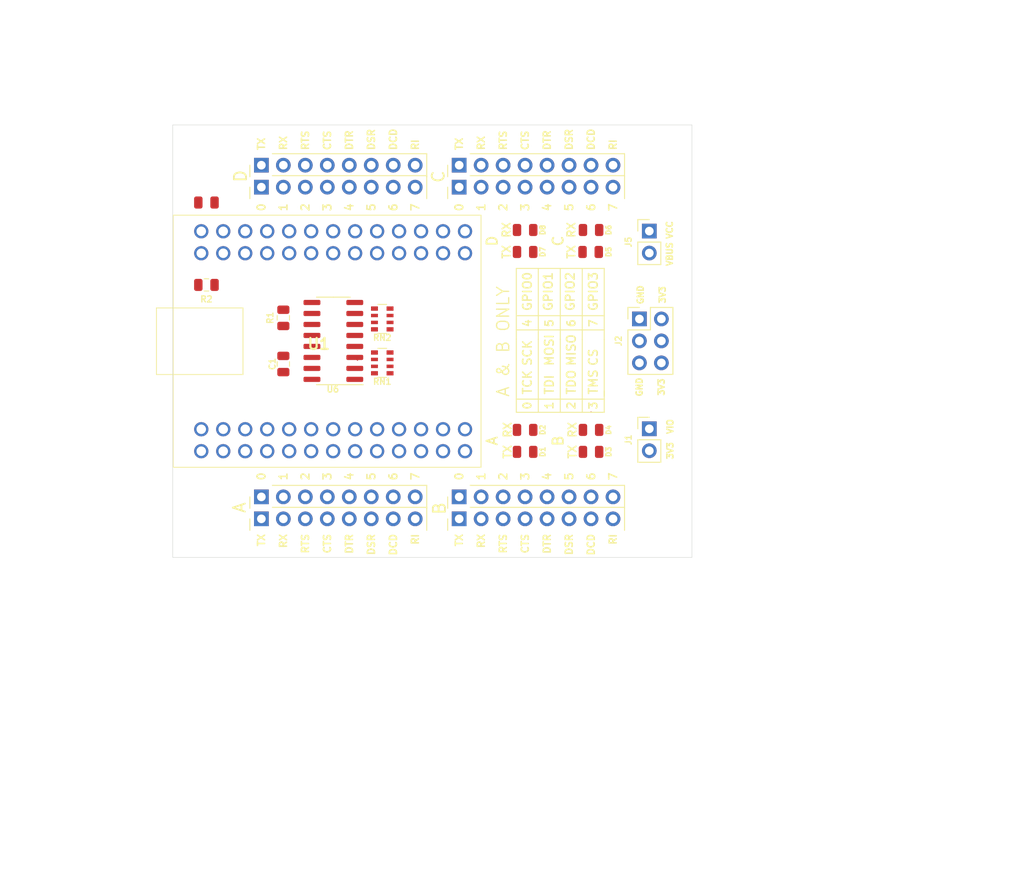
<source format=kicad_pcb>
(kicad_pcb (version 20171130) (host pcbnew "(5.1.6)-1")

  (general
    (thickness 1.6)
    (drawings 138)
    (tracks 5)
    (zones 0)
    (modules 31)
    (nets 59)
  )

  (page A4)
  (title_block
    (title "NEON - FT4232H Mini Module Adapter")
    (date 2020-08-30)
    (rev 1.0)
    (company "Author: Alicja")
  )

  (layers
    (0 F.Cu signal)
    (31 B.Cu signal)
    (32 B.Adhes user)
    (33 F.Adhes user)
    (34 B.Paste user)
    (35 F.Paste user)
    (36 B.SilkS user)
    (37 F.SilkS user)
    (38 B.Mask user)
    (39 F.Mask user)
    (40 Dwgs.User user)
    (41 Cmts.User user)
    (42 Eco1.User user)
    (43 Eco2.User user)
    (44 Edge.Cuts user)
    (45 Margin user)
    (46 B.CrtYd user)
    (47 F.CrtYd user)
    (48 B.Fab user)
    (49 F.Fab user)
  )

  (setup
    (last_trace_width 0.127)
    (trace_clearance 0.127)
    (zone_clearance 0.508)
    (zone_45_only no)
    (trace_min 0.1)
    (via_size 0.8)
    (via_drill 0.4)
    (via_min_size 0.4)
    (via_min_drill 0.3)
    (uvia_size 0.3)
    (uvia_drill 0.1)
    (uvias_allowed no)
    (uvia_min_size 0.2)
    (uvia_min_drill 0.1)
    (edge_width 0.05)
    (segment_width 0.2)
    (pcb_text_width 0.3)
    (pcb_text_size 1.5 1.5)
    (mod_edge_width 0.12)
    (mod_text_size 1 1)
    (mod_text_width 0.15)
    (pad_size 1.524 1.524)
    (pad_drill 0.762)
    (pad_to_mask_clearance 0.05)
    (aux_axis_origin 0 0)
    (grid_origin 110.49 74.93)
    (visible_elements 7FFFFFFF)
    (pcbplotparams
      (layerselection 0x010fc_ffffffff)
      (usegerberextensions false)
      (usegerberattributes true)
      (usegerberadvancedattributes true)
      (creategerberjobfile true)
      (excludeedgelayer true)
      (linewidth 0.100000)
      (plotframeref false)
      (viasonmask false)
      (mode 1)
      (useauxorigin false)
      (hpglpennumber 1)
      (hpglpenspeed 20)
      (hpglpendiameter 15.000000)
      (psnegative false)
      (psa4output false)
      (plotreference true)
      (plotvalue true)
      (plotinvisibletext false)
      (padsonsilk false)
      (subtractmaskfromsilk false)
      (outputformat 1)
      (mirror false)
      (drillshape 1)
      (scaleselection 1)
      (outputdirectory ""))
  )

  (net 0 "")
  (net 1 "Net-(D1-Pad2)")
  (net 2 "Net-(D2-Pad2)")
  (net 3 "Net-(D3-Pad2)")
  (net 4 "Net-(D4-Pad2)")
  (net 5 "Net-(D5-Pad2)")
  (net 6 "Net-(D6-Pad2)")
  (net 7 "Net-(D7-Pad2)")
  (net 8 "Net-(D8-Pad2)")
  (net 9 /FT4232H.sch/VBUS)
  (net 10 V3V3)
  (net 11 GND)
  (net 12 /FT4232H.sch/CD1)
  (net 13 /FT4232H.sch/CD0)
  (net 14 /FT4232H.sch/DD7)
  (net 15 /FT4232H.sch/DD6)
  (net 16 /FT4232H.sch/AD1)
  (net 17 /FT4232H.sch/AD0)
  (net 18 /FT4232H.sch/BD7)
  (net 19 /FT4232H.sch/BD6)
  (net 20 /FT4232H.sch/BD5)
  (net 21 /FT4232H.sch/BD4)
  (net 22 /FT4232H.sch/CD4)
  (net 23 /FT4232H.sch/BD2)
  (net 24 /FT4232H.sch/BD3)
  (net 25 /FT4232H.sch/BD0)
  (net 26 /FT4232H.sch/BD1)
  (net 27 /FT4232H.sch/AD6)
  (net 28 /FT4232H.sch/AD7)
  (net 29 /FT4232H.sch/AD4)
  (net 30 /FT4232H.sch/AD5)
  (net 31 /FT4232H.sch/AD3)
  (net 32 /FT4232H.sch/VIO)
  (net 33 /FT4232H.sch/AD2)
  (net 34 /FT4232H.sch/VCC)
  (net 35 /FT4232H.sch/CD7)
  (net 36 /FT4232H.sch/CD6)
  (net 37 /FT4232H.sch/CD5)
  (net 38 /FT4232H.sch/CD3)
  (net 39 /FT4232H.sch/CD2)
  (net 40 /FT4232H.sch/DD1)
  (net 41 /FT4232H.sch/DD2)
  (net 42 /FT4232H.sch/DD3)
  (net 43 /FT4232H.sch/DD4)
  (net 44 /FT4232H.sch/DD5)
  (net 45 /FT4232H.sch/DD0)
  (net 46 /FT4232H.sch/PWREN)
  (net 47 /FT4232H.sch/CLK)
  (net 48 /FT4232H.sch/DATA)
  (net 49 /FT4232H.sch/CS)
  (net 50 "Net-(RN1-Pad8)")
  (net 51 "Net-(RN2-Pad5)")
  (net 52 "Net-(RN2-Pad6)")
  (net 53 "Net-(RN2-Pad7)")
  (net 54 "Net-(RN2-Pad8)")
  (net 55 "Net-(RN1-Pad5)")
  (net 56 "Net-(RN1-Pad6)")
  (net 57 "Net-(RN1-Pad7)")
  (net 58 "Net-(D9-Pad2)")

  (net_class Default "This is the default net class."
    (clearance 0.127)
    (trace_width 0.127)
    (via_dia 0.8)
    (via_drill 0.4)
    (uvia_dia 0.3)
    (uvia_drill 0.1)
    (add_net /FT4232H.sch/AD0)
    (add_net /FT4232H.sch/AD1)
    (add_net /FT4232H.sch/AD2)
    (add_net /FT4232H.sch/AD3)
    (add_net /FT4232H.sch/AD4)
    (add_net /FT4232H.sch/AD5)
    (add_net /FT4232H.sch/AD6)
    (add_net /FT4232H.sch/AD7)
    (add_net /FT4232H.sch/BD0)
    (add_net /FT4232H.sch/BD1)
    (add_net /FT4232H.sch/BD2)
    (add_net /FT4232H.sch/BD3)
    (add_net /FT4232H.sch/BD4)
    (add_net /FT4232H.sch/BD5)
    (add_net /FT4232H.sch/BD6)
    (add_net /FT4232H.sch/BD7)
    (add_net /FT4232H.sch/CD0)
    (add_net /FT4232H.sch/CD1)
    (add_net /FT4232H.sch/CD2)
    (add_net /FT4232H.sch/CD3)
    (add_net /FT4232H.sch/CD4)
    (add_net /FT4232H.sch/CD5)
    (add_net /FT4232H.sch/CD6)
    (add_net /FT4232H.sch/CD7)
    (add_net /FT4232H.sch/CLK)
    (add_net /FT4232H.sch/CS)
    (add_net /FT4232H.sch/DATA)
    (add_net /FT4232H.sch/DD0)
    (add_net /FT4232H.sch/DD1)
    (add_net /FT4232H.sch/DD2)
    (add_net /FT4232H.sch/DD3)
    (add_net /FT4232H.sch/DD4)
    (add_net /FT4232H.sch/DD5)
    (add_net /FT4232H.sch/DD6)
    (add_net /FT4232H.sch/DD7)
    (add_net /FT4232H.sch/PWREN)
    (add_net /FT4232H.sch/VBUS)
    (add_net /FT4232H.sch/VCC)
    (add_net /FT4232H.sch/VIO)
    (add_net GND)
    (add_net "Net-(D1-Pad2)")
    (add_net "Net-(D2-Pad2)")
    (add_net "Net-(D3-Pad2)")
    (add_net "Net-(D4-Pad2)")
    (add_net "Net-(D5-Pad2)")
    (add_net "Net-(D6-Pad2)")
    (add_net "Net-(D7-Pad2)")
    (add_net "Net-(D8-Pad2)")
    (add_net "Net-(D9-Pad2)")
    (add_net "Net-(RN1-Pad5)")
    (add_net "Net-(RN1-Pad6)")
    (add_net "Net-(RN1-Pad7)")
    (add_net "Net-(RN1-Pad8)")
    (add_net "Net-(RN2-Pad5)")
    (add_net "Net-(RN2-Pad6)")
    (add_net "Net-(RN2-Pad7)")
    (add_net "Net-(RN2-Pad8)")
    (add_net "Net-(U1-Pad11)")
    (add_net "Net-(U1-Pad13)")
    (add_net "Net-(U1-Pad14)")
    (add_net "Net-(U1-Pad15)")
    (add_net "Net-(U1-Pad16)")
    (add_net "Net-(U1-Pad17)")
    (add_net "Net-(U1-Pad2)")
    (add_net "Net-(U1-Pad3)")
    (add_net "Net-(U1-Pad41)")
    (add_net "Net-(U1-Pad45)")
    (add_net "Net-(U1-Pad50)")
    (add_net "Net-(U6-Pad9)")
    (add_net V3V3)
  )

  (module neon_footprints:FT4232H-MINI-MODULE-2 (layer F.Cu) (tedit 5F4FEA18) (tstamp 5F4BA8A3)
    (at 132.3594 105.2516)
    (descr "FT4232H MINI MODULE")
    (tags "Undefined or Miscellaneous")
    (path /5F4CB63F/5F4CD349)
    (fp_text reference U1 (at 0 0) (layer F.SilkS)
      (effects (font (size 1.27 1.27) (thickness 0.254)))
    )
    (fp_text value FT4232H_module (at 0 0) (layer F.SilkS) hide
      (effects (font (size 1.27 1.27) (thickness 0.254)))
    )
    (fp_text user %R (at 0 0) (layer F.Fab)
      (effects (font (size 1.27 1.27) (thickness 0.254)))
    )
    (fp_line (start -16.825 -14.888) (end 18.755 -14.888) (layer F.Fab) (width 0.2))
    (fp_line (start 18.755 -14.888) (end 18.755 14.262) (layer F.Fab) (width 0.2))
    (fp_line (start 18.755 14.262) (end -16.825 14.262) (layer F.Fab) (width 0.2))
    (fp_line (start -16.825 14.262) (end -16.825 -14.888) (layer F.Fab) (width 0.2))
    (fp_line (start -18.755 -4.163) (end -8.755 -4.163) (layer F.Fab) (width 0.2))
    (fp_line (start -8.755 -4.163) (end -8.755 3.537) (layer F.Fab) (width 0.2))
    (fp_line (start -8.755 3.537) (end -18.755 3.537) (layer F.Fab) (width 0.2))
    (fp_line (start -18.755 3.537) (end -18.755 -4.163) (layer F.Fab) (width 0.2))
    (fp_line (start -16.825 -14.888) (end 18.755 -14.888) (layer F.SilkS) (width 0.1))
    (fp_line (start 18.755 -14.888) (end 18.755 14.262) (layer F.SilkS) (width 0.1))
    (fp_line (start 18.755 14.262) (end -16.825 14.262) (layer F.SilkS) (width 0.1))
    (fp_line (start -16.825 14.262) (end -16.825 -14.888) (layer F.SilkS) (width 0.1))
    (fp_line (start -18.755 -4.163) (end -8.755 -4.163) (layer F.SilkS) (width 0.1))
    (fp_line (start -8.755 -4.163) (end -8.755 3.537) (layer F.SilkS) (width 0.1))
    (fp_line (start -8.755 3.537) (end -18.755 3.537) (layer F.SilkS) (width 0.1))
    (fp_line (start -18.755 3.537) (end -18.755 -4.163) (layer F.SilkS) (width 0.1))
    (pad 52 thru_hole circle (at 16.905 -13.028) (size 1.65 1.65) (drill 1.1) (layers *.Cu *.Mask)
      (net 13 /FT4232H.sch/CD0))
    (pad 51 thru_hole circle (at 14.365 -13.028) (size 1.65 1.65) (drill 1.1) (layers *.Cu *.Mask)
      (net 39 /FT4232H.sch/CD2))
    (pad 50 thru_hole circle (at 11.825 -13.028) (size 1.65 1.65) (drill 1.1) (layers *.Cu *.Mask))
    (pad 49 thru_hole circle (at 9.285 -13.028) (size 1.65 1.65) (drill 1.1) (layers *.Cu *.Mask)
      (net 37 /FT4232H.sch/CD5))
    (pad 48 thru_hole circle (at 6.745 -13.028) (size 1.65 1.65) (drill 1.1) (layers *.Cu *.Mask)
      (net 35 /FT4232H.sch/CD7))
    (pad 47 thru_hole circle (at 4.205 -13.028) (size 1.65 1.65) (drill 1.1) (layers *.Cu *.Mask)
      (net 40 /FT4232H.sch/DD1))
    (pad 46 thru_hole circle (at 1.665 -13.028) (size 1.65 1.65) (drill 1.1) (layers *.Cu *.Mask)
      (net 42 /FT4232H.sch/DD3))
    (pad 45 thru_hole circle (at -0.875 -13.028) (size 1.65 1.65) (drill 1.1) (layers *.Cu *.Mask))
    (pad 44 thru_hole circle (at -3.415 -13.028) (size 1.65 1.65) (drill 1.1) (layers *.Cu *.Mask)
      (net 15 /FT4232H.sch/DD6))
    (pad 43 thru_hole circle (at -5.955 -13.028) (size 1.65 1.65) (drill 1.1) (layers *.Cu *.Mask)
      (net 46 /FT4232H.sch/PWREN))
    (pad 42 thru_hole circle (at -8.495 -13.028) (size 1.65 1.65) (drill 1.1) (layers *.Cu *.Mask)
      (net 47 /FT4232H.sch/CLK))
    (pad 41 thru_hole circle (at -11.035 -13.028) (size 1.65 1.65) (drill 1.1) (layers *.Cu *.Mask))
    (pad 40 thru_hole circle (at -13.575 -13.028) (size 1.65 1.65) (drill 1.1) (layers *.Cu *.Mask)
      (net 11 GND))
    (pad 39 thru_hole circle (at 16.905 -10.488) (size 1.65 1.65) (drill 1.1) (layers *.Cu *.Mask)
      (net 12 /FT4232H.sch/CD1))
    (pad 38 thru_hole circle (at 14.365 -10.488) (size 1.65 1.65) (drill 1.1) (layers *.Cu *.Mask)
      (net 38 /FT4232H.sch/CD3))
    (pad 37 thru_hole circle (at 11.825 -10.488) (size 1.65 1.65) (drill 1.1) (layers *.Cu *.Mask)
      (net 22 /FT4232H.sch/CD4))
    (pad 36 thru_hole circle (at 9.285 -10.488) (size 1.65 1.65) (drill 1.1) (layers *.Cu *.Mask)
      (net 36 /FT4232H.sch/CD6))
    (pad 35 thru_hole circle (at 6.745 -10.488) (size 1.65 1.65) (drill 1.1) (layers *.Cu *.Mask)
      (net 45 /FT4232H.sch/DD0))
    (pad 34 thru_hole circle (at 4.205 -10.488) (size 1.65 1.65) (drill 1.1) (layers *.Cu *.Mask)
      (net 41 /FT4232H.sch/DD2))
    (pad 33 thru_hole circle (at 1.665 -10.488) (size 1.65 1.65) (drill 1.1) (layers *.Cu *.Mask)
      (net 43 /FT4232H.sch/DD4))
    (pad 32 thru_hole circle (at -0.875 -10.488) (size 1.65 1.65) (drill 1.1) (layers *.Cu *.Mask)
      (net 44 /FT4232H.sch/DD5))
    (pad 31 thru_hole circle (at -3.415 -10.488) (size 1.65 1.65) (drill 1.1) (layers *.Cu *.Mask)
      (net 14 /FT4232H.sch/DD7))
    (pad 30 thru_hole circle (at -5.955 -10.488) (size 1.65 1.65) (drill 1.1) (layers *.Cu *.Mask)
      (net 48 /FT4232H.sch/DATA))
    (pad 29 thru_hole circle (at -8.495 -10.488) (size 1.65 1.65) (drill 1.1) (layers *.Cu *.Mask)
      (net 49 /FT4232H.sch/CS))
    (pad 28 thru_hole circle (at -11.035 -10.488) (size 1.65 1.65) (drill 1.1) (layers *.Cu *.Mask)
      (net 34 /FT4232H.sch/VCC))
    (pad 27 thru_hole circle (at -13.575 -10.488) (size 1.65 1.65) (drill 1.1) (layers *.Cu *.Mask)
      (net 9 /FT4232H.sch/VBUS))
    (pad 26 thru_hole circle (at 16.905 9.863) (size 1.65 1.65) (drill 1.1) (layers *.Cu *.Mask)
      (net 18 /FT4232H.sch/BD7))
    (pad 25 thru_hole circle (at 14.365 9.863) (size 1.65 1.65) (drill 1.1) (layers *.Cu *.Mask)
      (net 20 /FT4232H.sch/BD5))
    (pad 24 thru_hole circle (at 11.825 9.863) (size 1.65 1.65) (drill 1.1) (layers *.Cu *.Mask)
      (net 21 /FT4232H.sch/BD4))
    (pad 23 thru_hole circle (at 9.285 9.863) (size 1.65 1.65) (drill 1.1) (layers *.Cu *.Mask)
      (net 23 /FT4232H.sch/BD2))
    (pad 22 thru_hole circle (at 6.745 9.863) (size 1.65 1.65) (drill 1.1) (layers *.Cu *.Mask)
      (net 25 /FT4232H.sch/BD0))
    (pad 21 thru_hole circle (at 4.205 9.863) (size 1.65 1.65) (drill 1.1) (layers *.Cu *.Mask)
      (net 27 /FT4232H.sch/AD6))
    (pad 20 thru_hole circle (at 1.665 9.863) (size 1.65 1.65) (drill 1.1) (layers *.Cu *.Mask)
      (net 29 /FT4232H.sch/AD4))
    (pad 19 thru_hole circle (at -0.875 9.863) (size 1.65 1.65) (drill 1.1) (layers *.Cu *.Mask)
      (net 31 /FT4232H.sch/AD3))
    (pad 18 thru_hole circle (at -3.415 9.863) (size 1.65 1.65) (drill 1.1) (layers *.Cu *.Mask)
      (net 16 /FT4232H.sch/AD1))
    (pad 17 thru_hole circle (at -5.955 9.863) (size 1.65 1.65) (drill 1.1) (layers *.Cu *.Mask))
    (pad 16 thru_hole circle (at -8.495 9.863) (size 1.65 1.65) (drill 1.1) (layers *.Cu *.Mask))
    (pad 15 thru_hole circle (at -11.035 9.863) (size 1.65 1.65) (drill 1.1) (layers *.Cu *.Mask))
    (pad 14 thru_hole circle (at -13.575 9.863) (size 1.65 1.65) (drill 1.1) (layers *.Cu *.Mask))
    (pad 13 thru_hole circle (at 16.905 12.402) (size 1.65 1.65) (drill 1.1) (layers *.Cu *.Mask))
    (pad 12 thru_hole circle (at 14.365 12.402) (size 1.65 1.65) (drill 1.1) (layers *.Cu *.Mask)
      (net 19 /FT4232H.sch/BD6))
    (pad 11 thru_hole circle (at 11.825 12.402) (size 1.65 1.65) (drill 1.1) (layers *.Cu *.Mask))
    (pad 10 thru_hole circle (at 9.285 12.402) (size 1.65 1.65) (drill 1.1) (layers *.Cu *.Mask)
      (net 24 /FT4232H.sch/BD3))
    (pad 9 thru_hole circle (at 6.745 12.402) (size 1.65 1.65) (drill 1.1) (layers *.Cu *.Mask)
      (net 26 /FT4232H.sch/BD1))
    (pad 8 thru_hole circle (at 4.205 12.402) (size 1.65 1.65) (drill 1.1) (layers *.Cu *.Mask)
      (net 28 /FT4232H.sch/AD7))
    (pad 7 thru_hole circle (at 1.665 12.402) (size 1.65 1.65) (drill 1.1) (layers *.Cu *.Mask)
      (net 30 /FT4232H.sch/AD5))
    (pad 6 thru_hole circle (at -0.875 12.402) (size 1.65 1.65) (drill 1.1) (layers *.Cu *.Mask)
      (net 32 /FT4232H.sch/VIO))
    (pad 5 thru_hole circle (at -3.415 12.402) (size 1.65 1.65) (drill 1.1) (layers *.Cu *.Mask)
      (net 33 /FT4232H.sch/AD2))
    (pad 4 thru_hole circle (at -5.955 12.402) (size 1.65 1.65) (drill 1.1) (layers *.Cu *.Mask)
      (net 17 /FT4232H.sch/AD0))
    (pad 3 thru_hole circle (at -8.495 12.402) (size 1.65 1.65) (drill 1.1) (layers *.Cu *.Mask))
    (pad 2 thru_hole circle (at -11.035 12.402) (size 1.65 1.65) (drill 1.1) (layers *.Cu *.Mask))
    (pad 1 thru_hole circle (at -13.575 12.402) (size 1.65 1.65) (drill 1.1) (layers *.Cu *.Mask)
      (net 10 V3V3))
    (model FT4232H_MINI_MODULE.stp
      (at (xyz 0 0 0))
      (scale (xyz 1 1 1))
      (rotate (xyz 0 0 0))
    )
  )

  (module Resistor_SMD:R_0805_2012Metric (layer F.Cu) (tedit 5B36C52B) (tstamp 5F4FB055)
    (at 119.38 98.425 180)
    (descr "Resistor SMD 0805 (2012 Metric), square (rectangular) end terminal, IPC_7351 nominal, (Body size source: https://docs.google.com/spreadsheets/d/1BsfQQcO9C6DZCsRaXUlFlo91Tg2WpOkGARC1WS5S8t0/edit?usp=sharing), generated with kicad-footprint-generator")
    (tags resistor)
    (path /5F53C653)
    (attr smd)
    (fp_text reference R2 (at 0 -1.65) (layer F.SilkS)
      (effects (font (size 0.7112 0.7112) (thickness 0.15)))
    )
    (fp_text value 100 (at 0 1.65) (layer F.Fab)
      (effects (font (size 1 1) (thickness 0.15)))
    )
    (fp_line (start 1.68 0.95) (end -1.68 0.95) (layer F.CrtYd) (width 0.05))
    (fp_line (start 1.68 -0.95) (end 1.68 0.95) (layer F.CrtYd) (width 0.05))
    (fp_line (start -1.68 -0.95) (end 1.68 -0.95) (layer F.CrtYd) (width 0.05))
    (fp_line (start -1.68 0.95) (end -1.68 -0.95) (layer F.CrtYd) (width 0.05))
    (fp_line (start -0.258578 0.71) (end 0.258578 0.71) (layer F.SilkS) (width 0.12))
    (fp_line (start -0.258578 -0.71) (end 0.258578 -0.71) (layer F.SilkS) (width 0.12))
    (fp_line (start 1 0.6) (end -1 0.6) (layer F.Fab) (width 0.1))
    (fp_line (start 1 -0.6) (end 1 0.6) (layer F.Fab) (width 0.1))
    (fp_line (start -1 -0.6) (end 1 -0.6) (layer F.Fab) (width 0.1))
    (fp_line (start -1 0.6) (end -1 -0.6) (layer F.Fab) (width 0.1))
    (fp_text user %R (at 0 0) (layer F.Fab)
      (effects (font (size 0.5 0.5) (thickness 0.08)))
    )
    (pad 2 smd roundrect (at 0.9375 0 180) (size 0.975 1.4) (layers F.Cu F.Paste F.Mask) (roundrect_rratio 0.25)
      (net 58 "Net-(D9-Pad2)"))
    (pad 1 smd roundrect (at -0.9375 0 180) (size 0.975 1.4) (layers F.Cu F.Paste F.Mask) (roundrect_rratio 0.25)
      (net 9 /FT4232H.sch/VBUS))
    (model ${KISYS3DMOD}/Resistor_SMD.3dshapes/R_0805_2012Metric.wrl
      (at (xyz 0 0 0))
      (scale (xyz 1 1 1))
      (rotate (xyz 0 0 0))
    )
  )

  (module neon_footprints:LED_0805_2012Metric (layer F.Cu) (tedit 5F4B6202) (tstamp 5F4FAF62)
    (at 119.38 88.9 180)
    (descr "LED SMD 0805 (2012 Metric), square (rectangular) end terminal, IPC_7351 nominal, (Body size source: https://docs.google.com/spreadsheets/d/1BsfQQcO9C6DZCsRaXUlFlo91Tg2WpOkGARC1WS5S8t0/edit?usp=sharing), generated with kicad-footprint-generator")
    (tags diode)
    (path /5F515BB1)
    (attr smd)
    (fp_text reference D9 (at -2.159 0 270) (layer F.SilkS) hide
      (effects (font (size 0.7 0.7) (thickness 0.15)))
    )
    (fp_text value LED (at 0 1.65 180) (layer F.Fab)
      (effects (font (size 1 1) (thickness 0.15)))
    )
    (fp_line (start 1.68 0.95) (end -1.68 0.95) (layer F.CrtYd) (width 0.05))
    (fp_line (start 1.68 -0.95) (end 1.68 0.95) (layer F.CrtYd) (width 0.05))
    (fp_line (start -1.68 -0.95) (end 1.68 -0.95) (layer F.CrtYd) (width 0.05))
    (fp_line (start -1.68 0.95) (end -1.68 -0.95) (layer F.CrtYd) (width 0.05))
    (fp_line (start 1 0.6) (end 1 -0.6) (layer F.Fab) (width 0.1))
    (fp_line (start -1 0.6) (end 1 0.6) (layer F.Fab) (width 0.1))
    (fp_line (start -1 -0.3) (end -1 0.6) (layer F.Fab) (width 0.1))
    (fp_line (start -0.7 -0.6) (end -1 -0.3) (layer F.Fab) (width 0.1))
    (fp_line (start 1 -0.6) (end -0.7 -0.6) (layer F.Fab) (width 0.1))
    (fp_text user %R (at 0 0 90) (layer F.Fab)
      (effects (font (size 0.5 0.5) (thickness 0.08)))
    )
    (pad 2 smd roundrect (at 0.9375 0 180) (size 0.975 1.4) (layers F.Cu F.Paste F.Mask) (roundrect_rratio 0.25)
      (net 58 "Net-(D9-Pad2)"))
    (pad 1 smd roundrect (at -0.9375 0 180) (size 0.975 1.4) (layers F.Cu F.Paste F.Mask) (roundrect_rratio 0.25)
      (net 11 GND))
    (model ${KISYS3DMOD}/LED_SMD.3dshapes/LED_0805_2012Metric.wrl
      (at (xyz 0 0 0))
      (scale (xyz 1 1 1))
      (rotate (xyz 0 0 0))
    )
  )

  (module Connector_PinHeader_2.54mm:PinHeader_2x03_P2.54mm_Vertical (layer F.Cu) (tedit 59FED5CC) (tstamp 5F4F2447)
    (at 169.418 102.362)
    (descr "Through hole straight pin header, 2x03, 2.54mm pitch, double rows")
    (tags "Through hole pin header THT 2x03 2.54mm double row")
    (path /5F5754BA)
    (fp_text reference J2 (at -2.413 2.54 90) (layer F.SilkS)
      (effects (font (size 0.7 0.7) (thickness 0.15)))
    )
    (fp_text value 3xV3V3-GND (at 1.27 7.41) (layer F.Fab)
      (effects (font (size 1 1) (thickness 0.15)))
    )
    (fp_line (start 4.35 -1.8) (end -1.8 -1.8) (layer F.CrtYd) (width 0.05))
    (fp_line (start 4.35 6.85) (end 4.35 -1.8) (layer F.CrtYd) (width 0.05))
    (fp_line (start -1.8 6.85) (end 4.35 6.85) (layer F.CrtYd) (width 0.05))
    (fp_line (start -1.8 -1.8) (end -1.8 6.85) (layer F.CrtYd) (width 0.05))
    (fp_line (start -1.33 -1.33) (end 0 -1.33) (layer F.SilkS) (width 0.12))
    (fp_line (start -1.33 0) (end -1.33 -1.33) (layer F.SilkS) (width 0.12))
    (fp_line (start 1.27 -1.33) (end 3.87 -1.33) (layer F.SilkS) (width 0.12))
    (fp_line (start 1.27 1.27) (end 1.27 -1.33) (layer F.SilkS) (width 0.12))
    (fp_line (start -1.33 1.27) (end 1.27 1.27) (layer F.SilkS) (width 0.12))
    (fp_line (start 3.87 -1.33) (end 3.87 6.41) (layer F.SilkS) (width 0.12))
    (fp_line (start -1.33 1.27) (end -1.33 6.41) (layer F.SilkS) (width 0.12))
    (fp_line (start -1.33 6.41) (end 3.87 6.41) (layer F.SilkS) (width 0.12))
    (fp_line (start -1.27 0) (end 0 -1.27) (layer F.Fab) (width 0.1))
    (fp_line (start -1.27 6.35) (end -1.27 0) (layer F.Fab) (width 0.1))
    (fp_line (start 3.81 6.35) (end -1.27 6.35) (layer F.Fab) (width 0.1))
    (fp_line (start 3.81 -1.27) (end 3.81 6.35) (layer F.Fab) (width 0.1))
    (fp_line (start 0 -1.27) (end 3.81 -1.27) (layer F.Fab) (width 0.1))
    (fp_text user %R (at 1.27 2.54 90) (layer F.Fab)
      (effects (font (size 1 1) (thickness 0.15)))
    )
    (pad 1 thru_hole rect (at 0 0) (size 1.7 1.7) (drill 1) (layers *.Cu *.Mask)
      (net 11 GND))
    (pad 2 thru_hole oval (at 2.54 0) (size 1.7 1.7) (drill 1) (layers *.Cu *.Mask)
      (net 10 V3V3))
    (pad 3 thru_hole oval (at 0 2.54) (size 1.7 1.7) (drill 1) (layers *.Cu *.Mask)
      (net 11 GND))
    (pad 4 thru_hole oval (at 2.54 2.54) (size 1.7 1.7) (drill 1) (layers *.Cu *.Mask)
      (net 10 V3V3))
    (pad 5 thru_hole oval (at 0 5.08) (size 1.7 1.7) (drill 1) (layers *.Cu *.Mask)
      (net 11 GND))
    (pad 6 thru_hole oval (at 2.54 5.08) (size 1.7 1.7) (drill 1) (layers *.Cu *.Mask)
      (net 10 V3V3))
    (model ${KISYS3DMOD}/Connector_PinHeader_2.54mm.3dshapes/PinHeader_2x03_P2.54mm_Vertical.wrl
      (at (xyz 0 0 0))
      (scale (xyz 1 1 1))
      (rotate (xyz 0 0 0))
    )
  )

  (module MountingHole:MountingHole_3.2mm_M3 (layer F.Cu) (tedit 56D1B4CB) (tstamp 5F4F118F)
    (at 119.38 125.73)
    (descr "Mounting Hole 3.2mm, no annular, M3")
    (tags "mounting hole 3.2mm no annular m3")
    (path /5F689368)
    (attr virtual)
    (fp_text reference H3 (at 0 5.715) (layer F.SilkS) hide
      (effects (font (size 1 1) (thickness 0.15)))
    )
    (fp_text value MountingHole (at 0 4.2) (layer F.Fab)
      (effects (font (size 1 1) (thickness 0.15)))
    )
    (fp_circle (center 0 0) (end 3.45 0) (layer F.CrtYd) (width 0.05))
    (fp_circle (center 0 0) (end 3.2 0) (layer Cmts.User) (width 0.15))
    (fp_text user %R (at 0.3 0) (layer F.Fab)
      (effects (font (size 1 1) (thickness 0.15)))
    )
    (pad 1 np_thru_hole circle (at 0 0) (size 3.2 3.2) (drill 3.2) (layers *.Cu *.Mask))
  )

  (module Capacitor_SMD:C_0805_2012Metric (layer F.Cu) (tedit 5B36C52B) (tstamp 5F4F4B83)
    (at 128.27 107.569 270)
    (descr "Capacitor SMD 0805 (2012 Metric), square (rectangular) end terminal, IPC_7351 nominal, (Body size source: https://docs.google.com/spreadsheets/d/1BsfQQcO9C6DZCsRaXUlFlo91Tg2WpOkGARC1WS5S8t0/edit?usp=sharing), generated with kicad-footprint-generator")
    (tags capacitor)
    (path /5F6FF541)
    (attr smd)
    (fp_text reference C1 (at 0 1.27 90) (layer F.SilkS)
      (effects (font (size 0.7 0.7) (thickness 0.15)))
    )
    (fp_text value 100nF (at 0 1.65 90) (layer F.Fab)
      (effects (font (size 1 1) (thickness 0.15)))
    )
    (fp_line (start -1 0.6) (end -1 -0.6) (layer F.Fab) (width 0.1))
    (fp_line (start -1 -0.6) (end 1 -0.6) (layer F.Fab) (width 0.1))
    (fp_line (start 1 -0.6) (end 1 0.6) (layer F.Fab) (width 0.1))
    (fp_line (start 1 0.6) (end -1 0.6) (layer F.Fab) (width 0.1))
    (fp_line (start -0.258578 -0.71) (end 0.258578 -0.71) (layer F.SilkS) (width 0.12))
    (fp_line (start -0.258578 0.71) (end 0.258578 0.71) (layer F.SilkS) (width 0.12))
    (fp_line (start -1.68 0.95) (end -1.68 -0.95) (layer F.CrtYd) (width 0.05))
    (fp_line (start -1.68 -0.95) (end 1.68 -0.95) (layer F.CrtYd) (width 0.05))
    (fp_line (start 1.68 -0.95) (end 1.68 0.95) (layer F.CrtYd) (width 0.05))
    (fp_line (start 1.68 0.95) (end -1.68 0.95) (layer F.CrtYd) (width 0.05))
    (fp_text user %R (at 0 0 90) (layer F.Fab)
      (effects (font (size 0.5 0.5) (thickness 0.08)))
    )
    (pad 1 smd roundrect (at -0.9375 0 270) (size 0.975 1.4) (layers F.Cu F.Paste F.Mask) (roundrect_rratio 0.25)
      (net 32 /FT4232H.sch/VIO))
    (pad 2 smd roundrect (at 0.9375 0 270) (size 0.975 1.4) (layers F.Cu F.Paste F.Mask) (roundrect_rratio 0.25)
      (net 11 GND))
    (model ${KISYS3DMOD}/Capacitor_SMD.3dshapes/C_0805_2012Metric.wrl
      (at (xyz 0 0 0))
      (scale (xyz 1 1 1))
      (rotate (xyz 0 0 0))
    )
  )

  (module neon_footprints:PinHeader_1x08_P2.54mm_Vertical (layer F.Cu) (tedit 5F4D3359) (tstamp 5F4F1341)
    (at 148.59 122.936 90)
    (descr "Through hole straight pin header, 1x08, 2.54mm pitch, single row")
    (tags "Through hole pin header THT 1x08 2.54mm single row")
    (path /5F4FBE90)
    (fp_text reference S4 (at 0 -2.33 90) (layer F.SilkS) hide
      (effects (font (size 1 1) (thickness 0.15)))
    )
    (fp_text value sniffer (at -0.1054 -2.159 90) (layer F.SilkS) hide
      (effects (font (size 1 1) (thickness 0.15)))
    )
    (fp_line (start -0.635 -1.27) (end 1.27 -1.27) (layer F.Fab) (width 0.1))
    (fp_line (start 1.27 -1.27) (end 1.27 19.05) (layer F.Fab) (width 0.1))
    (fp_line (start -1.27 19.05) (end -1.27 -0.635) (layer F.Fab) (width 0.1))
    (fp_line (start -1.27 -0.635) (end -0.635 -1.27) (layer F.Fab) (width 0.1))
    (fp_line (start -1.33 19.11) (end 1.33 19.11) (layer F.SilkS) (width 0.12))
    (fp_line (start 1.33 1.27) (end 1.33 19.11) (layer F.SilkS) (width 0.12))
    (fp_line (start -1.33 -1.33) (end 0 -1.33) (layer F.SilkS) (width 0.12))
    (fp_line (start -1.8 -1.8) (end -1.8 19.55) (layer F.CrtYd) (width 0.05))
    (fp_line (start -1.8 19.55) (end 1.8 19.55) (layer F.CrtYd) (width 0.05))
    (fp_line (start 1.8 19.55) (end 1.8 -1.8) (layer F.CrtYd) (width 0.05))
    (fp_line (start 1.8 -1.8) (end -1.8 -1.8) (layer F.CrtYd) (width 0.05))
    (fp_text user %R (at -1.175 9.634 180) (layer F.Fab)
      (effects (font (size 1 1) (thickness 0.15)))
    )
    (pad 1 thru_hole rect (at 0 0 90) (size 1.7 1.7) (drill 1) (layers *.Cu *.Mask)
      (net 25 /FT4232H.sch/BD0))
    (pad 2 thru_hole oval (at 0 2.54 90) (size 1.7 1.7) (drill 1) (layers *.Cu *.Mask)
      (net 26 /FT4232H.sch/BD1))
    (pad 3 thru_hole oval (at 0 5.08 90) (size 1.7 1.7) (drill 1) (layers *.Cu *.Mask)
      (net 23 /FT4232H.sch/BD2))
    (pad 4 thru_hole oval (at 0 7.62 90) (size 1.7 1.7) (drill 1) (layers *.Cu *.Mask)
      (net 24 /FT4232H.sch/BD3))
    (pad 5 thru_hole oval (at 0 10.16 90) (size 1.7 1.7) (drill 1) (layers *.Cu *.Mask)
      (net 21 /FT4232H.sch/BD4))
    (pad 6 thru_hole oval (at 0 12.7 90) (size 1.7 1.7) (drill 1) (layers *.Cu *.Mask)
      (net 20 /FT4232H.sch/BD5))
    (pad 7 thru_hole oval (at 0 15.24 90) (size 1.7 1.7) (drill 1) (layers *.Cu *.Mask)
      (net 19 /FT4232H.sch/BD6))
    (pad 8 thru_hole oval (at 0 17.78 90) (size 1.7 1.7) (drill 1) (layers *.Cu *.Mask)
      (net 18 /FT4232H.sch/BD7))
    (model ${KISYS3DMOD}/Connector_PinHeader_2.54mm.3dshapes/PinHeader_1x08_P2.54mm_Vertical.wrl
      (at (xyz 0 0 0))
      (scale (xyz 1 1 1))
      (rotate (xyz 0 0 0))
    )
  )

  (module neon_footprints:PinHeader_1x08_P2.54mm_Vertical (layer F.Cu) (tedit 5F4D3359) (tstamp 5F4F1329)
    (at 125.73 122.936 90)
    (descr "Through hole straight pin header, 1x08, 2.54mm pitch, single row")
    (tags "Through hole pin header THT 1x08 2.54mm single row")
    (path /5F56A8FA)
    (fp_text reference S3 (at 0 -2.33 90) (layer F.SilkS) hide
      (effects (font (size 1 1) (thickness 0.15)))
    )
    (fp_text value sniffer (at -0.1054 -2.159 90) (layer F.SilkS) hide
      (effects (font (size 1 1) (thickness 0.15)))
    )
    (fp_line (start -0.635 -1.27) (end 1.27 -1.27) (layer F.Fab) (width 0.1))
    (fp_line (start 1.27 -1.27) (end 1.27 19.05) (layer F.Fab) (width 0.1))
    (fp_line (start -1.27 19.05) (end -1.27 -0.635) (layer F.Fab) (width 0.1))
    (fp_line (start -1.27 -0.635) (end -0.635 -1.27) (layer F.Fab) (width 0.1))
    (fp_line (start -1.33 19.11) (end 1.33 19.11) (layer F.SilkS) (width 0.12))
    (fp_line (start 1.33 1.27) (end 1.33 19.11) (layer F.SilkS) (width 0.12))
    (fp_line (start -1.33 -1.33) (end 0 -1.33) (layer F.SilkS) (width 0.12))
    (fp_line (start -1.8 -1.8) (end -1.8 19.55) (layer F.CrtYd) (width 0.05))
    (fp_line (start -1.8 19.55) (end 1.8 19.55) (layer F.CrtYd) (width 0.05))
    (fp_line (start 1.8 19.55) (end 1.8 -1.8) (layer F.CrtYd) (width 0.05))
    (fp_line (start 1.8 -1.8) (end -1.8 -1.8) (layer F.CrtYd) (width 0.05))
    (fp_text user %R (at -1.175 9.634 180) (layer F.Fab)
      (effects (font (size 1 1) (thickness 0.15)))
    )
    (pad 1 thru_hole rect (at 0 0 90) (size 1.7 1.7) (drill 1) (layers *.Cu *.Mask)
      (net 17 /FT4232H.sch/AD0))
    (pad 2 thru_hole oval (at 0 2.54 90) (size 1.7 1.7) (drill 1) (layers *.Cu *.Mask)
      (net 16 /FT4232H.sch/AD1))
    (pad 3 thru_hole oval (at 0 5.08 90) (size 1.7 1.7) (drill 1) (layers *.Cu *.Mask)
      (net 33 /FT4232H.sch/AD2))
    (pad 4 thru_hole oval (at 0 7.62 90) (size 1.7 1.7) (drill 1) (layers *.Cu *.Mask)
      (net 31 /FT4232H.sch/AD3))
    (pad 5 thru_hole oval (at 0 10.16 90) (size 1.7 1.7) (drill 1) (layers *.Cu *.Mask)
      (net 29 /FT4232H.sch/AD4))
    (pad 6 thru_hole oval (at 0 12.7 90) (size 1.7 1.7) (drill 1) (layers *.Cu *.Mask)
      (net 30 /FT4232H.sch/AD5))
    (pad 7 thru_hole oval (at 0 15.24 90) (size 1.7 1.7) (drill 1) (layers *.Cu *.Mask)
      (net 27 /FT4232H.sch/AD6))
    (pad 8 thru_hole oval (at 0 17.78 90) (size 1.7 1.7) (drill 1) (layers *.Cu *.Mask)
      (net 28 /FT4232H.sch/AD7))
    (model ${KISYS3DMOD}/Connector_PinHeader_2.54mm.3dshapes/PinHeader_1x08_P2.54mm_Vertical.wrl
      (at (xyz 0 0 0))
      (scale (xyz 1 1 1))
      (rotate (xyz 0 0 0))
    )
  )

  (module neon_footprints:PinHeader_1x08_P2.54mm_Vertical (layer F.Cu) (tedit 5F4D3359) (tstamp 5F4F1311)
    (at 125.73 87.122 90)
    (descr "Through hole straight pin header, 1x08, 2.54mm pitch, single row")
    (tags "Through hole pin header THT 1x08 2.54mm single row")
    (path /5F555326)
    (fp_text reference S2 (at 0 -2.33 90) (layer F.SilkS) hide
      (effects (font (size 1 1) (thickness 0.15)))
    )
    (fp_text value sniffer (at -1.397 -3.81 90) (layer F.SilkS) hide
      (effects (font (size 1 1) (thickness 0.15)))
    )
    (fp_line (start -0.635 -1.27) (end 1.27 -1.27) (layer F.Fab) (width 0.1))
    (fp_line (start 1.27 -1.27) (end 1.27 19.05) (layer F.Fab) (width 0.1))
    (fp_line (start -1.27 19.05) (end -1.27 -0.635) (layer F.Fab) (width 0.1))
    (fp_line (start -1.27 -0.635) (end -0.635 -1.27) (layer F.Fab) (width 0.1))
    (fp_line (start -1.33 19.11) (end 1.33 19.11) (layer F.SilkS) (width 0.12))
    (fp_line (start 1.33 1.27) (end 1.33 19.11) (layer F.SilkS) (width 0.12))
    (fp_line (start -1.33 -1.33) (end 0 -1.33) (layer F.SilkS) (width 0.12))
    (fp_line (start -1.8 -1.8) (end -1.8 19.55) (layer F.CrtYd) (width 0.05))
    (fp_line (start -1.8 19.55) (end 1.8 19.55) (layer F.CrtYd) (width 0.05))
    (fp_line (start 1.8 19.55) (end 1.8 -1.8) (layer F.CrtYd) (width 0.05))
    (fp_line (start 1.8 -1.8) (end -1.8 -1.8) (layer F.CrtYd) (width 0.05))
    (fp_text user %R (at -1.175 9.634 180) (layer F.Fab)
      (effects (font (size 1 1) (thickness 0.15)))
    )
    (pad 1 thru_hole rect (at 0 0 90) (size 1.7 1.7) (drill 1) (layers *.Cu *.Mask)
      (net 45 /FT4232H.sch/DD0))
    (pad 2 thru_hole oval (at 0 2.54 90) (size 1.7 1.7) (drill 1) (layers *.Cu *.Mask)
      (net 40 /FT4232H.sch/DD1))
    (pad 3 thru_hole oval (at 0 5.08 90) (size 1.7 1.7) (drill 1) (layers *.Cu *.Mask)
      (net 41 /FT4232H.sch/DD2))
    (pad 4 thru_hole oval (at 0 7.62 90) (size 1.7 1.7) (drill 1) (layers *.Cu *.Mask)
      (net 42 /FT4232H.sch/DD3))
    (pad 5 thru_hole oval (at 0 10.16 90) (size 1.7 1.7) (drill 1) (layers *.Cu *.Mask)
      (net 43 /FT4232H.sch/DD4))
    (pad 6 thru_hole oval (at 0 12.7 90) (size 1.7 1.7) (drill 1) (layers *.Cu *.Mask)
      (net 44 /FT4232H.sch/DD5))
    (pad 7 thru_hole oval (at 0 15.24 90) (size 1.7 1.7) (drill 1) (layers *.Cu *.Mask)
      (net 15 /FT4232H.sch/DD6))
    (pad 8 thru_hole oval (at 0 17.78 90) (size 1.7 1.7) (drill 1) (layers *.Cu *.Mask)
      (net 14 /FT4232H.sch/DD7))
    (model ${KISYS3DMOD}/Connector_PinHeader_2.54mm.3dshapes/PinHeader_1x08_P2.54mm_Vertical.wrl
      (at (xyz 0 0 0))
      (scale (xyz 1 1 1))
      (rotate (xyz 0 0 0))
    )
  )

  (module neon_footprints:PinHeader_1x08_P2.54mm_Vertical (layer F.Cu) (tedit 5F4D3359) (tstamp 5F4F12F9)
    (at 148.59 87.122 90)
    (descr "Through hole straight pin header, 1x08, 2.54mm pitch, single row")
    (tags "Through hole pin header THT 1x08 2.54mm single row")
    (path /5F571CDC)
    (fp_text reference S1 (at 0 -2.33 90) (layer F.SilkS) hide
      (effects (font (size 1 1) (thickness 0.15)))
    )
    (fp_text value sniffer (at 0.762 -1.651 270) (layer F.SilkS) hide
      (effects (font (size 1 1) (thickness 0.15)))
    )
    (fp_line (start -0.635 -1.27) (end 1.27 -1.27) (layer F.Fab) (width 0.1))
    (fp_line (start 1.27 -1.27) (end 1.27 19.05) (layer F.Fab) (width 0.1))
    (fp_line (start -1.27 19.05) (end -1.27 -0.635) (layer F.Fab) (width 0.1))
    (fp_line (start -1.27 -0.635) (end -0.635 -1.27) (layer F.Fab) (width 0.1))
    (fp_line (start -1.33 19.11) (end 1.33 19.11) (layer F.SilkS) (width 0.12))
    (fp_line (start 1.33 1.27) (end 1.33 19.11) (layer F.SilkS) (width 0.12))
    (fp_line (start -1.33 -1.33) (end 0 -1.33) (layer F.SilkS) (width 0.12))
    (fp_line (start -1.8 -1.8) (end -1.8 19.55) (layer F.CrtYd) (width 0.05))
    (fp_line (start -1.8 19.55) (end 1.8 19.55) (layer F.CrtYd) (width 0.05))
    (fp_line (start 1.8 19.55) (end 1.8 -1.8) (layer F.CrtYd) (width 0.05))
    (fp_line (start 1.8 -1.8) (end -1.8 -1.8) (layer F.CrtYd) (width 0.05))
    (fp_text user %R (at -1.175 9.634 180) (layer F.Fab)
      (effects (font (size 1 1) (thickness 0.15)))
    )
    (pad 1 thru_hole rect (at 0 0 90) (size 1.7 1.7) (drill 1) (layers *.Cu *.Mask)
      (net 13 /FT4232H.sch/CD0))
    (pad 2 thru_hole oval (at 0 2.54 90) (size 1.7 1.7) (drill 1) (layers *.Cu *.Mask)
      (net 12 /FT4232H.sch/CD1))
    (pad 3 thru_hole oval (at 0 5.08 90) (size 1.7 1.7) (drill 1) (layers *.Cu *.Mask)
      (net 39 /FT4232H.sch/CD2))
    (pad 4 thru_hole oval (at 0 7.62 90) (size 1.7 1.7) (drill 1) (layers *.Cu *.Mask)
      (net 38 /FT4232H.sch/CD3))
    (pad 5 thru_hole oval (at 0 10.16 90) (size 1.7 1.7) (drill 1) (layers *.Cu *.Mask)
      (net 22 /FT4232H.sch/CD4))
    (pad 6 thru_hole oval (at 0 12.7 90) (size 1.7 1.7) (drill 1) (layers *.Cu *.Mask)
      (net 37 /FT4232H.sch/CD5))
    (pad 7 thru_hole oval (at 0 15.24 90) (size 1.7 1.7) (drill 1) (layers *.Cu *.Mask)
      (net 36 /FT4232H.sch/CD6))
    (pad 8 thru_hole oval (at 0 17.78 90) (size 1.7 1.7) (drill 1) (layers *.Cu *.Mask)
      (net 35 /FT4232H.sch/CD7))
    (model ${KISYS3DMOD}/Connector_PinHeader_2.54mm.3dshapes/PinHeader_1x08_P2.54mm_Vertical.wrl
      (at (xyz 0 0 0))
      (scale (xyz 1 1 1))
      (rotate (xyz 0 0 0))
    )
  )

  (module MountingHole:MountingHole_3.2mm_M3 (layer F.Cu) (tedit 56D1B4CB) (tstamp 5F4F1197)
    (at 171.704 125.73)
    (descr "Mounting Hole 3.2mm, no annular, M3")
    (tags "mounting hole 3.2mm no annular m3")
    (path /5F687DE6)
    (attr virtual)
    (fp_text reference H4 (at 0 5.08) (layer F.SilkS) hide
      (effects (font (size 1 1) (thickness 0.15)))
    )
    (fp_text value MountingHole (at 0 4.2) (layer F.Fab)
      (effects (font (size 1 1) (thickness 0.15)))
    )
    (fp_circle (center 0 0) (end 3.45 0) (layer F.CrtYd) (width 0.05))
    (fp_circle (center 0 0) (end 3.2 0) (layer Cmts.User) (width 0.15))
    (fp_text user %R (at 0.3 0) (layer F.Fab)
      (effects (font (size 1 1) (thickness 0.15)))
    )
    (pad 1 np_thru_hole circle (at 0 0) (size 3.2 3.2) (drill 3.2) (layers *.Cu *.Mask))
  )

  (module MountingHole:MountingHole_3.2mm_M3 (layer F.Cu) (tedit 56D1B4CB) (tstamp 5F4F1187)
    (at 171.704 83.82)
    (descr "Mounting Hole 3.2mm, no annular, M3")
    (tags "mounting hole 3.2mm no annular m3")
    (path /5F6917E6)
    (attr virtual)
    (fp_text reference H2 (at 0 -5.715) (layer F.SilkS) hide
      (effects (font (size 1 1) (thickness 0.15)))
    )
    (fp_text value MountingHole (at 0 4.2) (layer F.Fab)
      (effects (font (size 1 1) (thickness 0.15)))
    )
    (fp_circle (center 0 0) (end 3.45 0) (layer F.CrtYd) (width 0.05))
    (fp_circle (center 0 0) (end 3.2 0) (layer Cmts.User) (width 0.15))
    (fp_text user %R (at 0.3 0) (layer F.Fab)
      (effects (font (size 1 1) (thickness 0.15)))
    )
    (pad 1 np_thru_hole circle (at 0 0) (size 3.2 3.2) (drill 3.2) (layers *.Cu *.Mask))
  )

  (module MountingHole:MountingHole_3.2mm_M3 (layer F.Cu) (tedit 56D1B4CB) (tstamp 5F4F117F)
    (at 119.38 83.82)
    (descr "Mounting Hole 3.2mm, no annular, M3")
    (tags "mounting hole 3.2mm no annular m3")
    (path /5F699B09)
    (attr virtual)
    (fp_text reference H1 (at 0 -5.08) (layer F.SilkS) hide
      (effects (font (size 1 1) (thickness 0.15)))
    )
    (fp_text value MountingHole (at 0 4.2) (layer F.Fab)
      (effects (font (size 1 1) (thickness 0.15)))
    )
    (fp_circle (center 0 0) (end 3.45 0) (layer F.CrtYd) (width 0.05))
    (fp_circle (center 0 0) (end 3.2 0) (layer Cmts.User) (width 0.15))
    (fp_text user %R (at 0.3 0) (layer F.Fab)
      (effects (font (size 1 1) (thickness 0.15)))
    )
    (pad 1 np_thru_hole circle (at 0 0) (size 3.2 3.2) (drill 3.2) (layers *.Cu *.Mask))
  )

  (module neon_footprints:LED_0805_2012Metric (layer F.Cu) (tedit 5F4B6202) (tstamp 5F4E4B36)
    (at 163.83 117.729)
    (descr "LED SMD 0805 (2012 Metric), square (rectangular) end terminal, IPC_7351 nominal, (Body size source: https://docs.google.com/spreadsheets/d/1BsfQQcO9C6DZCsRaXUlFlo91Tg2WpOkGARC1WS5S8t0/edit?usp=sharing), generated with kicad-footprint-generator")
    (tags diode)
    (path /5F565645)
    (attr smd)
    (fp_text reference D3 (at 2.032 0 270) (layer F.SilkS)
      (effects (font (size 0.6 0.6) (thickness 0.15)))
    )
    (fp_text value LED (at 0 1.65 180) (layer F.Fab)
      (effects (font (size 1 1) (thickness 0.15)))
    )
    (fp_line (start 1.68 0.95) (end -1.68 0.95) (layer F.CrtYd) (width 0.05))
    (fp_line (start 1.68 -0.95) (end 1.68 0.95) (layer F.CrtYd) (width 0.05))
    (fp_line (start -1.68 -0.95) (end 1.68 -0.95) (layer F.CrtYd) (width 0.05))
    (fp_line (start -1.68 0.95) (end -1.68 -0.95) (layer F.CrtYd) (width 0.05))
    (fp_line (start 1 0.6) (end 1 -0.6) (layer F.Fab) (width 0.1))
    (fp_line (start -1 0.6) (end 1 0.6) (layer F.Fab) (width 0.1))
    (fp_line (start -1 -0.3) (end -1 0.6) (layer F.Fab) (width 0.1))
    (fp_line (start -0.7 -0.6) (end -1 -0.3) (layer F.Fab) (width 0.1))
    (fp_line (start 1 -0.6) (end -0.7 -0.6) (layer F.Fab) (width 0.1))
    (fp_text user %R (at 0 0 90) (layer F.Fab)
      (effects (font (size 0.5 0.5) (thickness 0.08)))
    )
    (pad 1 smd roundrect (at -0.9375 0) (size 0.975 1.4) (layers F.Cu F.Paste F.Mask) (roundrect_rratio 0.25)
      (net 11 GND))
    (pad 2 smd roundrect (at 0.9375 0) (size 0.975 1.4) (layers F.Cu F.Paste F.Mask) (roundrect_rratio 0.25)
      (net 3 "Net-(D3-Pad2)"))
    (model ${KISYS3DMOD}/LED_SMD.3dshapes/LED_0805_2012Metric.wrl
      (at (xyz 0 0 0))
      (scale (xyz 1 1 1))
      (rotate (xyz 0 0 0))
    )
  )

  (module neon_footprints:PinHeader_1x08_P2.54mm_Vertical (layer F.Cu) (tedit 5F4D3359) (tstamp 5F4BA8DB)
    (at 125.73 84.582 90)
    (descr "Through hole straight pin header, 1x08, 2.54mm pitch, single row")
    (tags "Through hole pin header THT 1x08 2.54mm single row")
    (path /5F52AE75)
    (fp_text reference U5 (at 0 -2.33 90) (layer F.SilkS) hide
      (effects (font (size 1 1) (thickness 0.15)))
    )
    (fp_text value D (at -1.27 -2.413 90) (layer F.SilkS)
      (effects (font (size 1.4 1.4) (thickness 0.2)))
    )
    (fp_line (start 1.8 -1.8) (end -1.8 -1.8) (layer F.CrtYd) (width 0.05))
    (fp_line (start 1.8 19.55) (end 1.8 -1.8) (layer F.CrtYd) (width 0.05))
    (fp_line (start -1.8 19.55) (end 1.8 19.55) (layer F.CrtYd) (width 0.05))
    (fp_line (start -1.8 -1.8) (end -1.8 19.55) (layer F.CrtYd) (width 0.05))
    (fp_line (start -1.33 -1.33) (end 0 -1.33) (layer F.SilkS) (width 0.12))
    (fp_line (start 1.33 1.27) (end 1.33 19.11) (layer F.SilkS) (width 0.12))
    (fp_line (start -1.33 19.11) (end 1.33 19.11) (layer F.SilkS) (width 0.12))
    (fp_line (start -1.27 -0.635) (end -0.635 -1.27) (layer F.Fab) (width 0.1))
    (fp_line (start -1.27 19.05) (end -1.27 -0.635) (layer F.Fab) (width 0.1))
    (fp_line (start 1.27 -1.27) (end 1.27 19.05) (layer F.Fab) (width 0.1))
    (fp_line (start -0.635 -1.27) (end 1.27 -1.27) (layer F.Fab) (width 0.1))
    (fp_text user %R (at 0 19.812 180) (layer F.Fab)
      (effects (font (size 1 1) (thickness 0.15)))
    )
    (pad 1 thru_hole rect (at 0 0 90) (size 1.7 1.7) (drill 1) (layers *.Cu *.Mask)
      (net 45 /FT4232H.sch/DD0))
    (pad 2 thru_hole oval (at 0 2.54 90) (size 1.7 1.7) (drill 1) (layers *.Cu *.Mask)
      (net 40 /FT4232H.sch/DD1))
    (pad 3 thru_hole oval (at 0 5.08 90) (size 1.7 1.7) (drill 1) (layers *.Cu *.Mask)
      (net 41 /FT4232H.sch/DD2))
    (pad 4 thru_hole oval (at 0 7.62 90) (size 1.7 1.7) (drill 1) (layers *.Cu *.Mask)
      (net 42 /FT4232H.sch/DD3))
    (pad 5 thru_hole oval (at 0 10.16 90) (size 1.7 1.7) (drill 1) (layers *.Cu *.Mask)
      (net 43 /FT4232H.sch/DD4))
    (pad 6 thru_hole oval (at 0 12.7 90) (size 1.7 1.7) (drill 1) (layers *.Cu *.Mask)
      (net 44 /FT4232H.sch/DD5))
    (pad 7 thru_hole oval (at 0 15.24 90) (size 1.7 1.7) (drill 1) (layers *.Cu *.Mask)
      (net 15 /FT4232H.sch/DD6))
    (pad 8 thru_hole oval (at 0 17.78 90) (size 1.7 1.7) (drill 1) (layers *.Cu *.Mask)
      (net 14 /FT4232H.sch/DD7))
    (model ${KISYS3DMOD}/Connector_PinHeader_2.54mm.3dshapes/PinHeader_1x08_P2.54mm_Vertical.wrl
      (at (xyz 0 0 0))
      (scale (xyz 1 1 1))
      (rotate (xyz 0 0 0))
    )
  )

  (module neon_footprints:PinHeader_1x08_P2.54mm_Vertical (layer F.Cu) (tedit 5F4D3359) (tstamp 5F4BA8BF)
    (at 148.59 84.582 90)
    (descr "Through hole straight pin header, 1x08, 2.54mm pitch, single row")
    (tags "Through hole pin header THT 1x08 2.54mm single row")
    (path /5F520AE1)
    (fp_text reference U2 (at 0 -2.33 90) (layer F.SilkS) hide
      (effects (font (size 1 1) (thickness 0.15)))
    )
    (fp_text value C (at -2.159 -2.413 90) (layer F.SilkS)
      (effects (font (size 1.4 1.4) (thickness 0.2)) (justify left))
    )
    (fp_line (start 1.8 -1.8) (end -1.8 -1.8) (layer F.CrtYd) (width 0.05))
    (fp_line (start 1.8 19.55) (end 1.8 -1.8) (layer F.CrtYd) (width 0.05))
    (fp_line (start -1.8 19.55) (end 1.8 19.55) (layer F.CrtYd) (width 0.05))
    (fp_line (start -1.8 -1.8) (end -1.8 19.55) (layer F.CrtYd) (width 0.05))
    (fp_line (start -1.33 -1.33) (end 0 -1.33) (layer F.SilkS) (width 0.12))
    (fp_line (start 1.33 1.27) (end 1.33 19.11) (layer F.SilkS) (width 0.12))
    (fp_line (start -1.33 19.11) (end 1.33 19.11) (layer F.SilkS) (width 0.12))
    (fp_line (start -1.27 -0.635) (end -0.635 -1.27) (layer F.Fab) (width 0.1))
    (fp_line (start -1.27 19.05) (end -1.27 -0.635) (layer F.Fab) (width 0.1))
    (fp_line (start 1.27 -1.27) (end 1.27 19.05) (layer F.Fab) (width 0.1))
    (fp_line (start -0.635 -1.27) (end 1.27 -1.27) (layer F.Fab) (width 0.1))
    (fp_text user %R (at -1.175 9.634 180) (layer F.Fab)
      (effects (font (size 1 1) (thickness 0.15)))
    )
    (pad 1 thru_hole rect (at 0 0 90) (size 1.7 1.7) (drill 1) (layers *.Cu *.Mask)
      (net 13 /FT4232H.sch/CD0))
    (pad 2 thru_hole oval (at 0 2.54 90) (size 1.7 1.7) (drill 1) (layers *.Cu *.Mask)
      (net 12 /FT4232H.sch/CD1))
    (pad 3 thru_hole oval (at 0 5.08 90) (size 1.7 1.7) (drill 1) (layers *.Cu *.Mask)
      (net 39 /FT4232H.sch/CD2))
    (pad 4 thru_hole oval (at 0 7.62 90) (size 1.7 1.7) (drill 1) (layers *.Cu *.Mask)
      (net 38 /FT4232H.sch/CD3))
    (pad 5 thru_hole oval (at 0 10.16 90) (size 1.7 1.7) (drill 1) (layers *.Cu *.Mask)
      (net 22 /FT4232H.sch/CD4))
    (pad 6 thru_hole oval (at 0 12.7 90) (size 1.7 1.7) (drill 1) (layers *.Cu *.Mask)
      (net 37 /FT4232H.sch/CD5))
    (pad 7 thru_hole oval (at 0 15.24 90) (size 1.7 1.7) (drill 1) (layers *.Cu *.Mask)
      (net 36 /FT4232H.sch/CD6))
    (pad 8 thru_hole oval (at 0 17.78 90) (size 1.7 1.7) (drill 1) (layers *.Cu *.Mask)
      (net 35 /FT4232H.sch/CD7))
    (model ${KISYS3DMOD}/Connector_PinHeader_2.54mm.3dshapes/PinHeader_1x08_P2.54mm_Vertical.wrl
      (at (xyz 0 0 0))
      (scale (xyz 1 1 1))
      (rotate (xyz 0 0 0))
    )
  )

  (module neon_footprints:PinHeader_1x08_P2.54mm_Vertical (layer F.Cu) (tedit 5F4D3359) (tstamp 5F4BA913)
    (at 148.59 125.476 90)
    (descr "Through hole straight pin header, 1x08, 2.54mm pitch, single row")
    (tags "Through hole pin header THT 1x08 2.54mm single row")
    (path /5F51EDE5)
    (fp_text reference U3 (at 0 -2.33 90) (layer F.SilkS) hide
      (effects (font (size 1 1) (thickness 0.15)))
    )
    (fp_text value B (at 2.032 -2.286 90) (layer F.SilkS)
      (effects (font (size 1.4 1.4) (thickness 0.2)) (justify right))
    )
    (fp_line (start 1.8 -1.8) (end -1.8 -1.8) (layer F.CrtYd) (width 0.05))
    (fp_line (start 1.8 19.55) (end 1.8 -1.8) (layer F.CrtYd) (width 0.05))
    (fp_line (start -1.8 19.55) (end 1.8 19.55) (layer F.CrtYd) (width 0.05))
    (fp_line (start -1.8 -1.8) (end -1.8 19.55) (layer F.CrtYd) (width 0.05))
    (fp_line (start -1.33 -1.33) (end 0 -1.33) (layer F.SilkS) (width 0.12))
    (fp_line (start 1.33 1.27) (end 1.33 19.11) (layer F.SilkS) (width 0.12))
    (fp_line (start -1.33 19.11) (end 1.33 19.11) (layer F.SilkS) (width 0.12))
    (fp_line (start -1.27 -0.635) (end -0.635 -1.27) (layer F.Fab) (width 0.1))
    (fp_line (start -1.27 19.05) (end -1.27 -0.635) (layer F.Fab) (width 0.1))
    (fp_line (start 1.27 -1.27) (end 1.27 19.05) (layer F.Fab) (width 0.1))
    (fp_line (start -0.635 -1.27) (end 1.27 -1.27) (layer F.Fab) (width 0.1))
    (fp_text user %R (at -1.175 9.634 180) (layer F.Fab)
      (effects (font (size 1 1) (thickness 0.15)))
    )
    (pad 1 thru_hole rect (at 0 0 90) (size 1.7 1.7) (drill 1) (layers *.Cu *.Mask)
      (net 25 /FT4232H.sch/BD0))
    (pad 2 thru_hole oval (at 0 2.54 90) (size 1.7 1.7) (drill 1) (layers *.Cu *.Mask)
      (net 26 /FT4232H.sch/BD1))
    (pad 3 thru_hole oval (at 0 5.08 90) (size 1.7 1.7) (drill 1) (layers *.Cu *.Mask)
      (net 23 /FT4232H.sch/BD2))
    (pad 4 thru_hole oval (at 0 7.62 90) (size 1.7 1.7) (drill 1) (layers *.Cu *.Mask)
      (net 24 /FT4232H.sch/BD3))
    (pad 5 thru_hole oval (at 0 10.16 90) (size 1.7 1.7) (drill 1) (layers *.Cu *.Mask)
      (net 21 /FT4232H.sch/BD4))
    (pad 6 thru_hole oval (at 0 12.7 90) (size 1.7 1.7) (drill 1) (layers *.Cu *.Mask)
      (net 20 /FT4232H.sch/BD5))
    (pad 7 thru_hole oval (at 0 15.24 90) (size 1.7 1.7) (drill 1) (layers *.Cu *.Mask)
      (net 19 /FT4232H.sch/BD6))
    (pad 8 thru_hole oval (at 0 17.78 90) (size 1.7 1.7) (drill 1) (layers *.Cu *.Mask)
      (net 18 /FT4232H.sch/BD7))
    (model ${KISYS3DMOD}/Connector_PinHeader_2.54mm.3dshapes/PinHeader_1x08_P2.54mm_Vertical.wrl
      (at (xyz 0 0 0))
      (scale (xyz 1 1 1))
      (rotate (xyz 0 0 0))
    )
  )

  (module neon_footprints:PinHeader_1x08_P2.54mm_Vertical (layer F.Cu) (tedit 5F4D3359) (tstamp 5F4BA8F7)
    (at 125.73 125.476 90)
    (descr "Through hole straight pin header, 1x08, 2.54mm pitch, single row")
    (tags "Through hole pin header THT 1x08 2.54mm single row")
    (path /5F56E993)
    (fp_text reference U4 (at 0 -2.33 90) (layer F.SilkS) hide
      (effects (font (size 1 1) (thickness 0.15)))
    )
    (fp_text value A (at 2.032 -2.54 90) (layer F.SilkS)
      (effects (font (size 1.4 1.4) (thickness 0.2)) (justify right))
    )
    (fp_line (start 1.8 -1.8) (end -1.8 -1.8) (layer F.CrtYd) (width 0.05))
    (fp_line (start 1.8 19.55) (end 1.8 -1.8) (layer F.CrtYd) (width 0.05))
    (fp_line (start -1.8 19.55) (end 1.8 19.55) (layer F.CrtYd) (width 0.05))
    (fp_line (start -1.8 -1.8) (end -1.8 19.55) (layer F.CrtYd) (width 0.05))
    (fp_line (start -1.33 -1.33) (end 0 -1.33) (layer F.SilkS) (width 0.12))
    (fp_line (start 1.33 1.27) (end 1.33 19.11) (layer F.SilkS) (width 0.12))
    (fp_line (start -1.33 19.11) (end 1.33 19.11) (layer F.SilkS) (width 0.12))
    (fp_line (start -1.27 -0.635) (end -0.635 -1.27) (layer F.Fab) (width 0.1))
    (fp_line (start -1.27 19.05) (end -1.27 -0.635) (layer F.Fab) (width 0.1))
    (fp_line (start 1.27 -1.27) (end 1.27 19.05) (layer F.Fab) (width 0.1))
    (fp_line (start -0.635 -1.27) (end 1.27 -1.27) (layer F.Fab) (width 0.1))
    (fp_text user %R (at -1.175 9.634 180) (layer F.Fab)
      (effects (font (size 1 1) (thickness 0.15)))
    )
    (pad 1 thru_hole rect (at 0 0 90) (size 1.7 1.7) (drill 1) (layers *.Cu *.Mask)
      (net 17 /FT4232H.sch/AD0))
    (pad 2 thru_hole oval (at 0 2.54 90) (size 1.7 1.7) (drill 1) (layers *.Cu *.Mask)
      (net 16 /FT4232H.sch/AD1))
    (pad 3 thru_hole oval (at 0 5.08 90) (size 1.7 1.7) (drill 1) (layers *.Cu *.Mask)
      (net 33 /FT4232H.sch/AD2))
    (pad 4 thru_hole oval (at 0 7.62 90) (size 1.7 1.7) (drill 1) (layers *.Cu *.Mask)
      (net 31 /FT4232H.sch/AD3))
    (pad 5 thru_hole oval (at 0 10.16 90) (size 1.7 1.7) (drill 1) (layers *.Cu *.Mask)
      (net 29 /FT4232H.sch/AD4))
    (pad 6 thru_hole oval (at 0 12.7 90) (size 1.7 1.7) (drill 1) (layers *.Cu *.Mask)
      (net 30 /FT4232H.sch/AD5))
    (pad 7 thru_hole oval (at 0 15.24 90) (size 1.7 1.7) (drill 1) (layers *.Cu *.Mask)
      (net 27 /FT4232H.sch/AD6))
    (pad 8 thru_hole oval (at 0 17.78 90) (size 1.7 1.7) (drill 1) (layers *.Cu *.Mask)
      (net 28 /FT4232H.sch/AD7))
    (model ${KISYS3DMOD}/Connector_PinHeader_2.54mm.3dshapes/PinHeader_1x08_P2.54mm_Vertical.wrl
      (at (xyz 0 0 0))
      (scale (xyz 1 1 1))
      (rotate (xyz 0 0 0))
    )
  )

  (module Resistor_SMD:R_Array_Convex_4x0603 (layer F.Cu) (tedit 58E0A8B2) (tstamp 5F4BF6D2)
    (at 139.7 107.442 180)
    (descr "Chip Resistor Network, ROHM MNR14 (see mnr_g.pdf)")
    (tags "resistor array")
    (path /5F54F8CE)
    (attr smd)
    (fp_text reference RN1 (at 0 -2.159) (layer F.SilkS)
      (effects (font (size 0.7 0.7) (thickness 0.15)))
    )
    (fp_text value 330 (at 0 2.8) (layer F.Fab)
      (effects (font (size 1 1) (thickness 0.15)))
    )
    (fp_line (start 1.55 1.85) (end -1.55 1.85) (layer F.CrtYd) (width 0.05))
    (fp_line (start 1.55 1.85) (end 1.55 -1.85) (layer F.CrtYd) (width 0.05))
    (fp_line (start -1.55 -1.85) (end -1.55 1.85) (layer F.CrtYd) (width 0.05))
    (fp_line (start -1.55 -1.85) (end 1.55 -1.85) (layer F.CrtYd) (width 0.05))
    (fp_line (start 0.5 -1.68) (end -0.5 -1.68) (layer F.SilkS) (width 0.12))
    (fp_line (start 0.5 1.68) (end -0.5 1.68) (layer F.SilkS) (width 0.12))
    (fp_line (start -0.8 1.6) (end -0.8 -1.6) (layer F.Fab) (width 0.1))
    (fp_line (start 0.8 1.6) (end -0.8 1.6) (layer F.Fab) (width 0.1))
    (fp_line (start 0.8 -1.6) (end 0.8 1.6) (layer F.Fab) (width 0.1))
    (fp_line (start -0.8 -1.6) (end 0.8 -1.6) (layer F.Fab) (width 0.1))
    (fp_text user %R (at 0 0 90) (layer F.Fab)
      (effects (font (size 0.5 0.5) (thickness 0.075)))
    )
    (pad 5 smd rect (at 0.9 1.2 180) (size 0.8 0.5) (layers F.Cu F.Paste F.Mask)
      (net 55 "Net-(RN1-Pad5)"))
    (pad 6 smd rect (at 0.9 0.4 180) (size 0.8 0.4) (layers F.Cu F.Paste F.Mask)
      (net 56 "Net-(RN1-Pad6)"))
    (pad 8 smd rect (at 0.9 -1.2 180) (size 0.8 0.5) (layers F.Cu F.Paste F.Mask)
      (net 50 "Net-(RN1-Pad8)"))
    (pad 7 smd rect (at 0.9 -0.4 180) (size 0.8 0.4) (layers F.Cu F.Paste F.Mask)
      (net 57 "Net-(RN1-Pad7)"))
    (pad 4 smd rect (at -0.9 1.2 180) (size 0.8 0.5) (layers F.Cu F.Paste F.Mask)
      (net 4 "Net-(D4-Pad2)"))
    (pad 2 smd rect (at -0.9 -0.4 180) (size 0.8 0.4) (layers F.Cu F.Paste F.Mask)
      (net 2 "Net-(D2-Pad2)"))
    (pad 3 smd rect (at -0.9 0.4 180) (size 0.8 0.4) (layers F.Cu F.Paste F.Mask)
      (net 3 "Net-(D3-Pad2)"))
    (pad 1 smd rect (at -0.9 -1.2 180) (size 0.8 0.5) (layers F.Cu F.Paste F.Mask)
      (net 1 "Net-(D1-Pad2)"))
    (model ${KISYS3DMOD}/Resistor_SMD.3dshapes/R_Array_Convex_4x0603.wrl
      (at (xyz 0 0 0))
      (scale (xyz 1 1 1))
      (rotate (xyz 0 0 0))
    )
  )

  (module Resistor_SMD:R_Array_Convex_4x0603 (layer F.Cu) (tedit 58E0A8B2) (tstamp 5F4BF6E3)
    (at 139.7 102.362 180)
    (descr "Chip Resistor Network, ROHM MNR14 (see mnr_g.pdf)")
    (tags "resistor array")
    (path /5F54B400)
    (attr smd)
    (fp_text reference RN2 (at 0 -2.159) (layer F.SilkS)
      (effects (font (size 0.7 0.7) (thickness 0.15)))
    )
    (fp_text value 330 (at 0 2.8) (layer F.Fab)
      (effects (font (size 1 1) (thickness 0.15)))
    )
    (fp_line (start 1.55 1.85) (end -1.55 1.85) (layer F.CrtYd) (width 0.05))
    (fp_line (start 1.55 1.85) (end 1.55 -1.85) (layer F.CrtYd) (width 0.05))
    (fp_line (start -1.55 -1.85) (end -1.55 1.85) (layer F.CrtYd) (width 0.05))
    (fp_line (start -1.55 -1.85) (end 1.55 -1.85) (layer F.CrtYd) (width 0.05))
    (fp_line (start 0.5 -1.68) (end -0.5 -1.68) (layer F.SilkS) (width 0.12))
    (fp_line (start 0.5 1.68) (end -0.5 1.68) (layer F.SilkS) (width 0.12))
    (fp_line (start -0.8 1.6) (end -0.8 -1.6) (layer F.Fab) (width 0.1))
    (fp_line (start 0.8 1.6) (end -0.8 1.6) (layer F.Fab) (width 0.1))
    (fp_line (start 0.8 -1.6) (end 0.8 1.6) (layer F.Fab) (width 0.1))
    (fp_line (start -0.8 -1.6) (end 0.8 -1.6) (layer F.Fab) (width 0.1))
    (fp_text user %R (at 0 0 90) (layer F.Fab)
      (effects (font (size 0.5 0.5) (thickness 0.075)))
    )
    (pad 5 smd rect (at 0.9 1.2 180) (size 0.8 0.5) (layers F.Cu F.Paste F.Mask)
      (net 51 "Net-(RN2-Pad5)"))
    (pad 6 smd rect (at 0.9 0.4 180) (size 0.8 0.4) (layers F.Cu F.Paste F.Mask)
      (net 52 "Net-(RN2-Pad6)"))
    (pad 8 smd rect (at 0.9 -1.2 180) (size 0.8 0.5) (layers F.Cu F.Paste F.Mask)
      (net 54 "Net-(RN2-Pad8)"))
    (pad 7 smd rect (at 0.9 -0.4 180) (size 0.8 0.4) (layers F.Cu F.Paste F.Mask)
      (net 53 "Net-(RN2-Pad7)"))
    (pad 4 smd rect (at -0.9 1.2 180) (size 0.8 0.5) (layers F.Cu F.Paste F.Mask)
      (net 8 "Net-(D8-Pad2)"))
    (pad 2 smd rect (at -0.9 -0.4 180) (size 0.8 0.4) (layers F.Cu F.Paste F.Mask)
      (net 6 "Net-(D6-Pad2)"))
    (pad 3 smd rect (at -0.9 0.4 180) (size 0.8 0.4) (layers F.Cu F.Paste F.Mask)
      (net 7 "Net-(D7-Pad2)"))
    (pad 1 smd rect (at -0.9 -1.2 180) (size 0.8 0.5) (layers F.Cu F.Paste F.Mask)
      (net 5 "Net-(D5-Pad2)"))
    (model ${KISYS3DMOD}/Resistor_SMD.3dshapes/R_Array_Convex_4x0603.wrl
      (at (xyz 0 0 0))
      (scale (xyz 1 1 1))
      (rotate (xyz 0 0 0))
    )
  )

  (module neon_footprints:LED_0805_2012Metric (layer F.Cu) (tedit 5F4B6202) (tstamp 5F4BF5DE)
    (at 156.21 92.075 180)
    (descr "LED SMD 0805 (2012 Metric), square (rectangular) end terminal, IPC_7351 nominal, (Body size source: https://docs.google.com/spreadsheets/d/1BsfQQcO9C6DZCsRaXUlFlo91Tg2WpOkGARC1WS5S8t0/edit?usp=sharing), generated with kicad-footprint-generator")
    (tags diode)
    (path /5F56DBD0)
    (attr smd)
    (fp_text reference D8 (at -2.032 0 270) (layer F.SilkS)
      (effects (font (size 0.6 0.6) (thickness 0.15)))
    )
    (fp_text value LED (at 0 1.65 180) (layer F.Fab)
      (effects (font (size 1 1) (thickness 0.15)))
    )
    (fp_line (start 1 -0.6) (end -0.7 -0.6) (layer F.Fab) (width 0.1))
    (fp_line (start -0.7 -0.6) (end -1 -0.3) (layer F.Fab) (width 0.1))
    (fp_line (start -1 -0.3) (end -1 0.6) (layer F.Fab) (width 0.1))
    (fp_line (start -1 0.6) (end 1 0.6) (layer F.Fab) (width 0.1))
    (fp_line (start 1 0.6) (end 1 -0.6) (layer F.Fab) (width 0.1))
    (fp_line (start -1.68 0.95) (end -1.68 -0.95) (layer F.CrtYd) (width 0.05))
    (fp_line (start -1.68 -0.95) (end 1.68 -0.95) (layer F.CrtYd) (width 0.05))
    (fp_line (start 1.68 -0.95) (end 1.68 0.95) (layer F.CrtYd) (width 0.05))
    (fp_line (start 1.68 0.95) (end -1.68 0.95) (layer F.CrtYd) (width 0.05))
    (fp_text user %R (at 0 0 90) (layer F.Fab)
      (effects (font (size 0.5 0.5) (thickness 0.08)))
    )
    (pad 1 smd roundrect (at -0.9375 0 180) (size 0.975 1.4) (layers F.Cu F.Paste F.Mask) (roundrect_rratio 0.25)
      (net 11 GND))
    (pad 2 smd roundrect (at 0.9375 0 180) (size 0.975 1.4) (layers F.Cu F.Paste F.Mask) (roundrect_rratio 0.25)
      (net 8 "Net-(D8-Pad2)"))
    (model ${KISYS3DMOD}/LED_SMD.3dshapes/LED_0805_2012Metric.wrl
      (at (xyz 0 0 0))
      (scale (xyz 1 1 1))
      (rotate (xyz 0 0 0))
    )
  )

  (module neon_footprints:LED_0805_2012Metric (layer F.Cu) (tedit 5F4B6202) (tstamp 5F4BF5CB)
    (at 156.21 94.615 180)
    (descr "LED SMD 0805 (2012 Metric), square (rectangular) end terminal, IPC_7351 nominal, (Body size source: https://docs.google.com/spreadsheets/d/1BsfQQcO9C6DZCsRaXUlFlo91Tg2WpOkGARC1WS5S8t0/edit?usp=sharing), generated with kicad-footprint-generator")
    (tags diode)
    (path /5F56BFF1)
    (attr smd)
    (fp_text reference D7 (at -2.032 0 270) (layer F.SilkS)
      (effects (font (size 0.6 0.6) (thickness 0.15)))
    )
    (fp_text value LED (at 0 1.65 180) (layer F.Fab)
      (effects (font (size 1 1) (thickness 0.15)))
    )
    (fp_line (start 1 -0.6) (end -0.7 -0.6) (layer F.Fab) (width 0.1))
    (fp_line (start -0.7 -0.6) (end -1 -0.3) (layer F.Fab) (width 0.1))
    (fp_line (start -1 -0.3) (end -1 0.6) (layer F.Fab) (width 0.1))
    (fp_line (start -1 0.6) (end 1 0.6) (layer F.Fab) (width 0.1))
    (fp_line (start 1 0.6) (end 1 -0.6) (layer F.Fab) (width 0.1))
    (fp_line (start -1.68 0.95) (end -1.68 -0.95) (layer F.CrtYd) (width 0.05))
    (fp_line (start -1.68 -0.95) (end 1.68 -0.95) (layer F.CrtYd) (width 0.05))
    (fp_line (start 1.68 -0.95) (end 1.68 0.95) (layer F.CrtYd) (width 0.05))
    (fp_line (start 1.68 0.95) (end -1.68 0.95) (layer F.CrtYd) (width 0.05))
    (fp_text user %R (at 0 0 90) (layer F.Fab)
      (effects (font (size 0.5 0.5) (thickness 0.08)))
    )
    (pad 1 smd roundrect (at -0.9375 0 180) (size 0.975 1.4) (layers F.Cu F.Paste F.Mask) (roundrect_rratio 0.25)
      (net 11 GND))
    (pad 2 smd roundrect (at 0.9375 0 180) (size 0.975 1.4) (layers F.Cu F.Paste F.Mask) (roundrect_rratio 0.25)
      (net 7 "Net-(D7-Pad2)"))
    (model ${KISYS3DMOD}/LED_SMD.3dshapes/LED_0805_2012Metric.wrl
      (at (xyz 0 0 0))
      (scale (xyz 1 1 1))
      (rotate (xyz 0 0 0))
    )
  )

  (module neon_footprints:LED_0805_2012Metric (layer F.Cu) (tedit 5F4B6202) (tstamp 5F4BF5B8)
    (at 163.83 92.075 180)
    (descr "LED SMD 0805 (2012 Metric), square (rectangular) end terminal, IPC_7351 nominal, (Body size source: https://docs.google.com/spreadsheets/d/1BsfQQcO9C6DZCsRaXUlFlo91Tg2WpOkGARC1WS5S8t0/edit?usp=sharing), generated with kicad-footprint-generator")
    (tags diode)
    (path /5F56A69C)
    (attr smd)
    (fp_text reference D6 (at -2.032 0 270) (layer F.SilkS)
      (effects (font (size 0.6 0.6) (thickness 0.15)))
    )
    (fp_text value LED (at 0 1.65 180) (layer F.Fab)
      (effects (font (size 1 1) (thickness 0.15)))
    )
    (fp_line (start 1 -0.6) (end -0.7 -0.6) (layer F.Fab) (width 0.1))
    (fp_line (start -0.7 -0.6) (end -1 -0.3) (layer F.Fab) (width 0.1))
    (fp_line (start -1 -0.3) (end -1 0.6) (layer F.Fab) (width 0.1))
    (fp_line (start -1 0.6) (end 1 0.6) (layer F.Fab) (width 0.1))
    (fp_line (start 1 0.6) (end 1 -0.6) (layer F.Fab) (width 0.1))
    (fp_line (start -1.68 0.95) (end -1.68 -0.95) (layer F.CrtYd) (width 0.05))
    (fp_line (start -1.68 -0.95) (end 1.68 -0.95) (layer F.CrtYd) (width 0.05))
    (fp_line (start 1.68 -0.95) (end 1.68 0.95) (layer F.CrtYd) (width 0.05))
    (fp_line (start 1.68 0.95) (end -1.68 0.95) (layer F.CrtYd) (width 0.05))
    (fp_text user %R (at 0 0 90) (layer F.Fab)
      (effects (font (size 0.5 0.5) (thickness 0.08)))
    )
    (pad 1 smd roundrect (at -0.9375 0 180) (size 0.975 1.4) (layers F.Cu F.Paste F.Mask) (roundrect_rratio 0.25)
      (net 11 GND))
    (pad 2 smd roundrect (at 0.9375 0 180) (size 0.975 1.4) (layers F.Cu F.Paste F.Mask) (roundrect_rratio 0.25)
      (net 6 "Net-(D6-Pad2)"))
    (model ${KISYS3DMOD}/LED_SMD.3dshapes/LED_0805_2012Metric.wrl
      (at (xyz 0 0 0))
      (scale (xyz 1 1 1))
      (rotate (xyz 0 0 0))
    )
  )

  (module neon_footprints:LED_0805_2012Metric (layer F.Cu) (tedit 5F4B6202) (tstamp 5F4BF5A5)
    (at 163.783 94.615 180)
    (descr "LED SMD 0805 (2012 Metric), square (rectangular) end terminal, IPC_7351 nominal, (Body size source: https://docs.google.com/spreadsheets/d/1BsfQQcO9C6DZCsRaXUlFlo91Tg2WpOkGARC1WS5S8t0/edit?usp=sharing), generated with kicad-footprint-generator")
    (tags diode)
    (path /5F568B1E)
    (attr smd)
    (fp_text reference D5 (at -2.079 0 270) (layer F.SilkS)
      (effects (font (size 0.6 0.6) (thickness 0.15)))
    )
    (fp_text value LED (at 0 1.65 180) (layer F.Fab)
      (effects (font (size 1 1) (thickness 0.15)))
    )
    (fp_line (start 1 -0.6) (end -0.7 -0.6) (layer F.Fab) (width 0.1))
    (fp_line (start -0.7 -0.6) (end -1 -0.3) (layer F.Fab) (width 0.1))
    (fp_line (start -1 -0.3) (end -1 0.6) (layer F.Fab) (width 0.1))
    (fp_line (start -1 0.6) (end 1 0.6) (layer F.Fab) (width 0.1))
    (fp_line (start 1 0.6) (end 1 -0.6) (layer F.Fab) (width 0.1))
    (fp_line (start -1.68 0.95) (end -1.68 -0.95) (layer F.CrtYd) (width 0.05))
    (fp_line (start -1.68 -0.95) (end 1.68 -0.95) (layer F.CrtYd) (width 0.05))
    (fp_line (start 1.68 -0.95) (end 1.68 0.95) (layer F.CrtYd) (width 0.05))
    (fp_line (start 1.68 0.95) (end -1.68 0.95) (layer F.CrtYd) (width 0.05))
    (fp_text user %R (at 0 0 90) (layer F.Fab)
      (effects (font (size 0.5 0.5) (thickness 0.08)))
    )
    (pad 1 smd roundrect (at -0.9375 0 180) (size 0.975 1.4) (layers F.Cu F.Paste F.Mask) (roundrect_rratio 0.25)
      (net 11 GND))
    (pad 2 smd roundrect (at 0.9375 0 180) (size 0.975 1.4) (layers F.Cu F.Paste F.Mask) (roundrect_rratio 0.25)
      (net 5 "Net-(D5-Pad2)"))
    (model ${KISYS3DMOD}/LED_SMD.3dshapes/LED_0805_2012Metric.wrl
      (at (xyz 0 0 0))
      (scale (xyz 1 1 1))
      (rotate (xyz 0 0 0))
    )
  )

  (module neon_footprints:LED_0805_2012Metric (layer F.Cu) (tedit 5F4B6202) (tstamp 5F4BF592)
    (at 163.83 115.189)
    (descr "LED SMD 0805 (2012 Metric), square (rectangular) end terminal, IPC_7351 nominal, (Body size source: https://docs.google.com/spreadsheets/d/1BsfQQcO9C6DZCsRaXUlFlo91Tg2WpOkGARC1WS5S8t0/edit?usp=sharing), generated with kicad-footprint-generator")
    (tags diode)
    (path /5F56709C)
    (attr smd)
    (fp_text reference D4 (at 2.032 0 270) (layer F.SilkS)
      (effects (font (size 0.5588 0.5588) (thickness 0.1397)))
    )
    (fp_text value LED (at 0 1.65 180) (layer F.Fab)
      (effects (font (size 1 1) (thickness 0.15)))
    )
    (fp_line (start 1 -0.6) (end -0.7 -0.6) (layer F.Fab) (width 0.1))
    (fp_line (start -0.7 -0.6) (end -1 -0.3) (layer F.Fab) (width 0.1))
    (fp_line (start -1 -0.3) (end -1 0.6) (layer F.Fab) (width 0.1))
    (fp_line (start -1 0.6) (end 1 0.6) (layer F.Fab) (width 0.1))
    (fp_line (start 1 0.6) (end 1 -0.6) (layer F.Fab) (width 0.1))
    (fp_line (start -1.68 0.95) (end -1.68 -0.95) (layer F.CrtYd) (width 0.05))
    (fp_line (start -1.68 -0.95) (end 1.68 -0.95) (layer F.CrtYd) (width 0.05))
    (fp_line (start 1.68 -0.95) (end 1.68 0.95) (layer F.CrtYd) (width 0.05))
    (fp_line (start 1.68 0.95) (end -1.68 0.95) (layer F.CrtYd) (width 0.05))
    (fp_text user %R (at 0 0 270) (layer F.Fab)
      (effects (font (size 0.5 0.5) (thickness 0.08)))
    )
    (pad 1 smd roundrect (at -0.9375 0) (size 0.975 1.4) (layers F.Cu F.Paste F.Mask) (roundrect_rratio 0.25)
      (net 11 GND))
    (pad 2 smd roundrect (at 0.9375 0) (size 0.975 1.4) (layers F.Cu F.Paste F.Mask) (roundrect_rratio 0.25)
      (net 4 "Net-(D4-Pad2)"))
    (model ${KISYS3DMOD}/LED_SMD.3dshapes/LED_0805_2012Metric.wrl
      (at (xyz 0 0 0))
      (scale (xyz 1 1 1))
      (rotate (xyz 0 0 0))
    )
  )

  (module neon_footprints:LED_0805_2012Metric (layer F.Cu) (tedit 5F4B6202) (tstamp 5F4BF56C)
    (at 156.21 115.189 180)
    (descr "LED SMD 0805 (2012 Metric), square (rectangular) end terminal, IPC_7351 nominal, (Body size source: https://docs.google.com/spreadsheets/d/1BsfQQcO9C6DZCsRaXUlFlo91Tg2WpOkGARC1WS5S8t0/edit?usp=sharing), generated with kicad-footprint-generator")
    (tags diode)
    (path /5F55FDDD)
    (attr smd)
    (fp_text reference D2 (at -2.032 0 270) (layer F.SilkS)
      (effects (font (size 0.6 0.6) (thickness 0.15)))
    )
    (fp_text value LED (at 0 1.65 180) (layer F.Fab)
      (effects (font (size 1 1) (thickness 0.15)))
    )
    (fp_line (start 1 -0.6) (end -0.7 -0.6) (layer F.Fab) (width 0.1))
    (fp_line (start -0.7 -0.6) (end -1 -0.3) (layer F.Fab) (width 0.1))
    (fp_line (start -1 -0.3) (end -1 0.6) (layer F.Fab) (width 0.1))
    (fp_line (start -1 0.6) (end 1 0.6) (layer F.Fab) (width 0.1))
    (fp_line (start 1 0.6) (end 1 -0.6) (layer F.Fab) (width 0.1))
    (fp_line (start -1.68 0.95) (end -1.68 -0.95) (layer F.CrtYd) (width 0.05))
    (fp_line (start -1.68 -0.95) (end 1.68 -0.95) (layer F.CrtYd) (width 0.05))
    (fp_line (start 1.68 -0.95) (end 1.68 0.95) (layer F.CrtYd) (width 0.05))
    (fp_line (start 1.68 0.95) (end -1.68 0.95) (layer F.CrtYd) (width 0.05))
    (fp_text user %R (at 0 0 90) (layer F.Fab)
      (effects (font (size 0.5 0.5) (thickness 0.08)))
    )
    (pad 1 smd roundrect (at -0.9375 0 180) (size 0.975 1.4) (layers F.Cu F.Paste F.Mask) (roundrect_rratio 0.25)
      (net 11 GND))
    (pad 2 smd roundrect (at 0.9375 0 180) (size 0.975 1.4) (layers F.Cu F.Paste F.Mask) (roundrect_rratio 0.25)
      (net 2 "Net-(D2-Pad2)"))
    (model ${KISYS3DMOD}/LED_SMD.3dshapes/LED_0805_2012Metric.wrl
      (at (xyz 0 0 0))
      (scale (xyz 1 1 1))
      (rotate (xyz 0 0 0))
    )
  )

  (module neon_footprints:LED_0805_2012Metric (layer F.Cu) (tedit 5F4B6202) (tstamp 5F4BF559)
    (at 156.21 117.729 180)
    (descr "LED SMD 0805 (2012 Metric), square (rectangular) end terminal, IPC_7351 nominal, (Body size source: https://docs.google.com/spreadsheets/d/1BsfQQcO9C6DZCsRaXUlFlo91Tg2WpOkGARC1WS5S8t0/edit?usp=sharing), generated with kicad-footprint-generator")
    (tags diode)
    (path /5F56F686)
    (attr smd)
    (fp_text reference D1 (at -2.032 0 270) (layer F.SilkS)
      (effects (font (size 0.6 0.6) (thickness 0.15)))
    )
    (fp_text value LED (at 0 1.65 180) (layer F.Fab)
      (effects (font (size 1 1) (thickness 0.15)))
    )
    (fp_line (start 1 -0.6) (end -0.7 -0.6) (layer F.Fab) (width 0.1))
    (fp_line (start -0.7 -0.6) (end -1 -0.3) (layer F.Fab) (width 0.1))
    (fp_line (start -1 -0.3) (end -1 0.6) (layer F.Fab) (width 0.1))
    (fp_line (start -1 0.6) (end 1 0.6) (layer F.Fab) (width 0.1))
    (fp_line (start 1 0.6) (end 1 -0.6) (layer F.Fab) (width 0.1))
    (fp_line (start -1.68 0.95) (end -1.68 -0.95) (layer F.CrtYd) (width 0.05))
    (fp_line (start -1.68 -0.95) (end 1.68 -0.95) (layer F.CrtYd) (width 0.05))
    (fp_line (start 1.68 -0.95) (end 1.68 0.95) (layer F.CrtYd) (width 0.05))
    (fp_line (start 1.68 0.95) (end -1.68 0.95) (layer F.CrtYd) (width 0.05))
    (fp_text user %R (at 0 0 90) (layer F.Fab)
      (effects (font (size 0.5 0.5) (thickness 0.08)))
    )
    (pad 1 smd roundrect (at -0.9375 0 180) (size 0.975 1.4) (layers F.Cu F.Paste F.Mask) (roundrect_rratio 0.25)
      (net 11 GND))
    (pad 2 smd roundrect (at 0.9375 0 180) (size 0.975 1.4) (layers F.Cu F.Paste F.Mask) (roundrect_rratio 0.25)
      (net 1 "Net-(D1-Pad2)"))
    (model ${KISYS3DMOD}/LED_SMD.3dshapes/LED_0805_2012Metric.wrl
      (at (xyz 0 0 0))
      (scale (xyz 1 1 1))
      (rotate (xyz 0 0 0))
    )
  )

  (module Package_SO:SOIC-16_3.9x9.9mm_P1.27mm (layer F.Cu) (tedit 5D9F72B1) (tstamp 5F4BF809)
    (at 134.05 104.902 180)
    (descr "SOIC, 16 Pin (JEDEC MS-012AC, https://www.analog.com/media/en/package-pcb-resources/package/pkg_pdf/soic_narrow-r/r_16.pdf), generated with kicad-footprint-generator ipc_gullwing_generator.py")
    (tags "SOIC SO")
    (path /5F4F641F)
    (attr smd)
    (fp_text reference U6 (at 0.065 -5.588) (layer F.SilkS)
      (effects (font (size 0.7 0.7) (thickness 0.15)))
    )
    (fp_text value 74HC595 (at 0 5.9) (layer F.Fab)
      (effects (font (size 1 1) (thickness 0.15)))
    )
    (fp_line (start 3.7 -5.2) (end -3.7 -5.2) (layer F.CrtYd) (width 0.05))
    (fp_line (start 3.7 5.2) (end 3.7 -5.2) (layer F.CrtYd) (width 0.05))
    (fp_line (start -3.7 5.2) (end 3.7 5.2) (layer F.CrtYd) (width 0.05))
    (fp_line (start -3.7 -5.2) (end -3.7 5.2) (layer F.CrtYd) (width 0.05))
    (fp_line (start -1.95 -3.975) (end -0.975 -4.95) (layer F.Fab) (width 0.1))
    (fp_line (start -1.95 4.95) (end -1.95 -3.975) (layer F.Fab) (width 0.1))
    (fp_line (start 1.95 4.95) (end -1.95 4.95) (layer F.Fab) (width 0.1))
    (fp_line (start 1.95 -4.95) (end 1.95 4.95) (layer F.Fab) (width 0.1))
    (fp_line (start -0.975 -4.95) (end 1.95 -4.95) (layer F.Fab) (width 0.1))
    (fp_line (start 0 -5.06) (end -3.45 -5.06) (layer F.SilkS) (width 0.12))
    (fp_line (start 0 -5.06) (end 1.95 -5.06) (layer F.SilkS) (width 0.12))
    (fp_line (start 0 5.06) (end -1.95 5.06) (layer F.SilkS) (width 0.12))
    (fp_line (start 0 5.06) (end 1.95 5.06) (layer F.SilkS) (width 0.12))
    (fp_text user %R (at 0 0) (layer F.Fab)
      (effects (font (size 0.98 0.98) (thickness 0.15)))
    )
    (pad 16 smd roundrect (at 2.475 -4.445 180) (size 1.95 0.6) (layers F.Cu F.Paste F.Mask) (roundrect_rratio 0.25)
      (net 32 /FT4232H.sch/VIO))
    (pad 15 smd roundrect (at 2.475 -3.175 180) (size 1.95 0.6) (layers F.Cu F.Paste F.Mask) (roundrect_rratio 0.25)
      (net 50 "Net-(RN1-Pad8)"))
    (pad 14 smd roundrect (at 2.475 -1.905 180) (size 1.95 0.6) (layers F.Cu F.Paste F.Mask) (roundrect_rratio 0.25)
      (net 48 /FT4232H.sch/DATA))
    (pad 13 smd roundrect (at 2.475 -0.635 180) (size 1.95 0.6) (layers F.Cu F.Paste F.Mask) (roundrect_rratio 0.25)
      (net 46 /FT4232H.sch/PWREN))
    (pad 12 smd roundrect (at 2.475 0.635 180) (size 1.95 0.6) (layers F.Cu F.Paste F.Mask) (roundrect_rratio 0.25)
      (net 49 /FT4232H.sch/CS))
    (pad 11 smd roundrect (at 2.475 1.905 180) (size 1.95 0.6) (layers F.Cu F.Paste F.Mask) (roundrect_rratio 0.25)
      (net 47 /FT4232H.sch/CLK))
    (pad 10 smd roundrect (at 2.475 3.175 180) (size 1.95 0.6) (layers F.Cu F.Paste F.Mask) (roundrect_rratio 0.25)
      (net 32 /FT4232H.sch/VIO))
    (pad 9 smd roundrect (at 2.475 4.445 180) (size 1.95 0.6) (layers F.Cu F.Paste F.Mask) (roundrect_rratio 0.25))
    (pad 8 smd roundrect (at -2.475 4.445 180) (size 1.95 0.6) (layers F.Cu F.Paste F.Mask) (roundrect_rratio 0.25)
      (net 11 GND))
    (pad 7 smd roundrect (at -2.475 3.175 180) (size 1.95 0.6) (layers F.Cu F.Paste F.Mask) (roundrect_rratio 0.25)
      (net 51 "Net-(RN2-Pad5)"))
    (pad 6 smd roundrect (at -2.475 1.905 180) (size 1.95 0.6) (layers F.Cu F.Paste F.Mask) (roundrect_rratio 0.25)
      (net 52 "Net-(RN2-Pad6)"))
    (pad 5 smd roundrect (at -2.475 0.635 180) (size 1.95 0.6) (layers F.Cu F.Paste F.Mask) (roundrect_rratio 0.25)
      (net 53 "Net-(RN2-Pad7)"))
    (pad 4 smd roundrect (at -2.475 -0.635 180) (size 1.95 0.6) (layers F.Cu F.Paste F.Mask) (roundrect_rratio 0.25)
      (net 54 "Net-(RN2-Pad8)"))
    (pad 3 smd roundrect (at -2.475 -1.905 180) (size 1.95 0.6) (layers F.Cu F.Paste F.Mask) (roundrect_rratio 0.25)
      (net 55 "Net-(RN1-Pad5)"))
    (pad 2 smd roundrect (at -2.475 -3.175 180) (size 1.95 0.6) (layers F.Cu F.Paste F.Mask) (roundrect_rratio 0.25)
      (net 56 "Net-(RN1-Pad6)"))
    (pad 1 smd roundrect (at -2.475 -4.445 180) (size 1.95 0.6) (layers F.Cu F.Paste F.Mask) (roundrect_rratio 0.25)
      (net 57 "Net-(RN1-Pad7)"))
    (model ${KISYS3DMOD}/Package_SO.3dshapes/SOIC-16_3.9x9.9mm_P1.27mm.wrl
      (at (xyz 0 0 0))
      (scale (xyz 1 1 1))
      (rotate (xyz 0 0 0))
    )
  )

  (module Resistor_SMD:R_0805_2012Metric (layer F.Cu) (tedit 5B36C52B) (tstamp 5F4BF6C1)
    (at 128.27 102.235 90)
    (descr "Resistor SMD 0805 (2012 Metric), square (rectangular) end terminal, IPC_7351 nominal, (Body size source: https://docs.google.com/spreadsheets/d/1BsfQQcO9C6DZCsRaXUlFlo91Tg2WpOkGARC1WS5S8t0/edit?usp=sharing), generated with kicad-footprint-generator")
    (tags resistor)
    (path /5F51D2CE)
    (attr smd)
    (fp_text reference R1 (at 0 -1.524 90) (layer F.SilkS)
      (effects (font (size 0.7 0.7) (thickness 0.15)))
    )
    (fp_text value 10k (at 0 1.65 90) (layer F.Fab)
      (effects (font (size 1 1) (thickness 0.15)))
    )
    (fp_line (start 1.68 0.95) (end -1.68 0.95) (layer F.CrtYd) (width 0.05))
    (fp_line (start 1.68 -0.95) (end 1.68 0.95) (layer F.CrtYd) (width 0.05))
    (fp_line (start -1.68 -0.95) (end 1.68 -0.95) (layer F.CrtYd) (width 0.05))
    (fp_line (start -1.68 0.95) (end -1.68 -0.95) (layer F.CrtYd) (width 0.05))
    (fp_line (start -0.258578 0.71) (end 0.258578 0.71) (layer F.SilkS) (width 0.12))
    (fp_line (start -0.258578 -0.71) (end 0.258578 -0.71) (layer F.SilkS) (width 0.12))
    (fp_line (start 1 0.6) (end -1 0.6) (layer F.Fab) (width 0.1))
    (fp_line (start 1 -0.6) (end 1 0.6) (layer F.Fab) (width 0.1))
    (fp_line (start -1 -0.6) (end 1 -0.6) (layer F.Fab) (width 0.1))
    (fp_line (start -1 0.6) (end -1 -0.6) (layer F.Fab) (width 0.1))
    (fp_text user %R (at 0 0 90) (layer F.Fab)
      (effects (font (size 0.5 0.5) (thickness 0.08)))
    )
    (pad 2 smd roundrect (at 0.9375 0 90) (size 0.975 1.4) (layers F.Cu F.Paste F.Mask) (roundrect_rratio 0.25)
      (net 32 /FT4232H.sch/VIO))
    (pad 1 smd roundrect (at -0.9375 0 90) (size 0.975 1.4) (layers F.Cu F.Paste F.Mask) (roundrect_rratio 0.25)
      (net 46 /FT4232H.sch/PWREN))
    (model ${KISYS3DMOD}/Resistor_SMD.3dshapes/R_0805_2012Metric.wrl
      (at (xyz 0 0 0))
      (scale (xyz 1 1 1))
      (rotate (xyz 0 0 0))
    )
  )

  (module Connector_PinHeader_2.54mm:PinHeader_1x02_P2.54mm_Vertical (layer F.Cu) (tedit 59FED5CC) (tstamp 5F4D1D9E)
    (at 170.561 92.202)
    (descr "Through hole straight pin header, 1x02, 2.54mm pitch, single row")
    (tags "Through hole pin header THT 1x02 2.54mm single row")
    (path /5F51B746)
    (fp_text reference J5 (at -2.413 1.27 90) (layer F.SilkS)
      (effects (font (size 0.7 0.7) (thickness 0.15)))
    )
    (fp_text value VBUS-VCC (at 0 4.87) (layer F.Fab)
      (effects (font (size 1 1) (thickness 0.15)))
    )
    (fp_line (start 1.8 -1.8) (end -1.8 -1.8) (layer F.CrtYd) (width 0.05))
    (fp_line (start 1.8 4.35) (end 1.8 -1.8) (layer F.CrtYd) (width 0.05))
    (fp_line (start -1.8 4.35) (end 1.8 4.35) (layer F.CrtYd) (width 0.05))
    (fp_line (start -1.8 -1.8) (end -1.8 4.35) (layer F.CrtYd) (width 0.05))
    (fp_line (start -1.33 -1.33) (end 0 -1.33) (layer F.SilkS) (width 0.12))
    (fp_line (start -1.33 0) (end -1.33 -1.33) (layer F.SilkS) (width 0.12))
    (fp_line (start -1.33 1.27) (end 1.33 1.27) (layer F.SilkS) (width 0.12))
    (fp_line (start 1.33 1.27) (end 1.33 3.87) (layer F.SilkS) (width 0.12))
    (fp_line (start -1.33 1.27) (end -1.33 3.87) (layer F.SilkS) (width 0.12))
    (fp_line (start -1.33 3.87) (end 1.33 3.87) (layer F.SilkS) (width 0.12))
    (fp_line (start -1.27 -0.635) (end -0.635 -1.27) (layer F.Fab) (width 0.1))
    (fp_line (start -1.27 3.81) (end -1.27 -0.635) (layer F.Fab) (width 0.1))
    (fp_line (start 1.27 3.81) (end -1.27 3.81) (layer F.Fab) (width 0.1))
    (fp_line (start 1.27 -1.27) (end 1.27 3.81) (layer F.Fab) (width 0.1))
    (fp_line (start -0.635 -1.27) (end 1.27 -1.27) (layer F.Fab) (width 0.1))
    (fp_text user %R (at 0 1.27 -270) (layer F.Fab)
      (effects (font (size 1 1) (thickness 0.15)))
    )
    (pad 1 thru_hole rect (at 0 0) (size 1.7 1.7) (drill 1) (layers *.Cu *.Mask)
      (net 9 /FT4232H.sch/VBUS))
    (pad 2 thru_hole oval (at 0 2.54) (size 1.7 1.7) (drill 1) (layers *.Cu *.Mask)
      (net 34 /FT4232H.sch/VCC))
    (model ${KISYS3DMOD}/Connector_PinHeader_2.54mm.3dshapes/PinHeader_1x02_P2.54mm_Vertical.wrl
      (at (xyz 0 0 0))
      (scale (xyz 1 1 1))
      (rotate (xyz 0 0 0))
    )
  )

  (module Connector_PinHeader_2.54mm:PinHeader_1x02_P2.54mm_Vertical (layer F.Cu) (tedit 59FED5CC) (tstamp 5F4BA69A)
    (at 170.561 115.062)
    (descr "Through hole straight pin header, 1x02, 2.54mm pitch, single row")
    (tags "Through hole pin header THT 1x02 2.54mm single row")
    (path /5F4B4881)
    (fp_text reference J1 (at -2.413 1.27 90) (layer F.SilkS)
      (effects (font (size 0.7 0.7) (thickness 0.15)))
    )
    (fp_text value V3V3-VIO (at 0 4.87) (layer F.Fab)
      (effects (font (size 1 1) (thickness 0.15)))
    )
    (fp_line (start 1.8 -1.8) (end -1.8 -1.8) (layer F.CrtYd) (width 0.05))
    (fp_line (start 1.8 4.35) (end 1.8 -1.8) (layer F.CrtYd) (width 0.05))
    (fp_line (start -1.8 4.35) (end 1.8 4.35) (layer F.CrtYd) (width 0.05))
    (fp_line (start -1.8 -1.8) (end -1.8 4.35) (layer F.CrtYd) (width 0.05))
    (fp_line (start -1.33 -1.33) (end 0 -1.33) (layer F.SilkS) (width 0.12))
    (fp_line (start -1.33 0) (end -1.33 -1.33) (layer F.SilkS) (width 0.12))
    (fp_line (start -1.33 1.27) (end 1.33 1.27) (layer F.SilkS) (width 0.12))
    (fp_line (start 1.33 1.27) (end 1.33 3.87) (layer F.SilkS) (width 0.12))
    (fp_line (start -1.33 1.27) (end -1.33 3.87) (layer F.SilkS) (width 0.12))
    (fp_line (start -1.33 3.87) (end 1.33 3.87) (layer F.SilkS) (width 0.12))
    (fp_line (start -1.27 -0.635) (end -0.635 -1.27) (layer F.Fab) (width 0.1))
    (fp_line (start -1.27 3.81) (end -1.27 -0.635) (layer F.Fab) (width 0.1))
    (fp_line (start 1.27 3.81) (end -1.27 3.81) (layer F.Fab) (width 0.1))
    (fp_line (start 1.27 -1.27) (end 1.27 3.81) (layer F.Fab) (width 0.1))
    (fp_line (start -0.635 -1.27) (end 1.27 -1.27) (layer F.Fab) (width 0.1))
    (fp_text user %R (at 0 1.27 -270) (layer F.Fab)
      (effects (font (size 1 1) (thickness 0.15)))
    )
    (pad 2 thru_hole oval (at 0 2.54) (size 1.7 1.7) (drill 1) (layers *.Cu *.Mask)
      (net 10 V3V3))
    (pad 1 thru_hole rect (at 0 0) (size 1.7 1.7) (drill 1) (layers *.Cu *.Mask)
      (net 32 /FT4232H.sch/VIO))
    (model ${KISYS3DMOD}/Connector_PinHeader_2.54mm.3dshapes/PinHeader_1x02_P2.54mm_Vertical.wrl
      (at (xyz 0 0 0))
      (scale (xyz 1 1 1))
      (rotate (xyz 0 0 0))
    )
  )

  (gr_text D (at 152.4 93.345 90) (layer F.SilkS) (tstamp 5F509B4F)
    (effects (font (size 1.2 1.2) (thickness 0.2)))
  )
  (gr_text A (at 152.4 116.459 90) (layer F.SilkS) (tstamp 5F509B4A)
    (effects (font (size 1.2 1.2) (thickness 0.2)))
  )
  (gr_text C (at 160.02 93.345 90) (layer F.SilkS) (tstamp 5F509AEE)
    (effects (font (size 1.2 1.2) (thickness 0.2)))
  )
  (gr_text B (at 160.02 116.459 90) (layer F.SilkS) (tstamp 5F509378)
    (effects (font (size 1.2 1.2) (thickness 0.2)))
  )
  (dimension 25 (width 0.15) (layer Dwgs.User)
    (gr_text "25.000 mm" (at 212.50481 91.541 270) (layer Dwgs.User) (tstamp 5F50B209)
      (effects (font (size 1 1) (thickness 0.15)))
    )
    (feature1 (pts (xy 121.205 104.041) (xy 211.791231 104.041)))
    (feature2 (pts (xy 121.205 79.041) (xy 211.791231 79.041)))
    (crossbar (pts (xy 211.20481 79.041) (xy 211.20481 104.041)))
    (arrow1a (pts (xy 211.20481 104.041) (xy 210.618389 102.914496)))
    (arrow1b (pts (xy 211.20481 104.041) (xy 211.791231 102.914496)))
    (arrow2a (pts (xy 211.20481 79.041) (xy 210.618389 80.167504)))
    (arrow2b (pts (xy 211.20481 79.041) (xy 211.791231 80.167504)))
  )
  (gr_text TX (at 148.59 82.931 90) (layer F.SilkS) (tstamp 5F4F33D6)
    (effects (font (size 0.8128 0.8128) (thickness 0.175)) (justify left))
  )
  (dimension 24.99994 (width 0.15) (layer Dwgs.User)
    (gr_text "25.000 mm" (at 124.179469 161.855874 -0.00029794) (layer Dwgs.User)
      (effects (font (size 1 1) (thickness 0.15)))
    )
    (feature1 (pts (xy 136.67994 65.55613) (xy 136.679443 161.14236)))
    (feature2 (pts (xy 111.68 65.556) (xy 111.679503 161.14223)))
    (crossbar (pts (xy 111.679506 160.555809) (xy 136.679446 160.555939)))
    (arrow1a (pts (xy 136.679446 160.555939) (xy 135.552939 161.142354)))
    (arrow1b (pts (xy 136.679446 160.555939) (xy 135.552945 159.969512)))
    (arrow2a (pts (xy 111.679506 160.555809) (xy 112.806007 161.142236)))
    (arrow2b (pts (xy 111.679506 160.555809) (xy 112.806013 159.969394)))
  )
  (gr_text GND (at 169.545 99.568 90) (layer F.SilkS) (tstamp 5F4F3B67)
    (effects (font (size 0.7 0.7) (thickness 0.175)))
  )
  (gr_text 3V3 (at 172.085 99.568 90) (layer F.SilkS) (tstamp 5F4F3B66)
    (effects (font (size 0.7 0.7) (thickness 0.175)))
  )
  (dimension 24.99994 (width 0.15) (layer Dwgs.User)
    (gr_text "25.000 mm" (at 187.424914 92.430029 89.99970206) (layer Dwgs.User)
      (effects (font (size 1 1) (thickness 0.15)))
    )
    (feature1 (pts (xy 176.12487 104.92994) (xy 186.71127 104.929995)))
    (feature2 (pts (xy 176.125 79.93) (xy 186.7114 79.930055)))
    (crossbar (pts (xy 186.124979 79.930052) (xy 186.124849 104.929992)))
    (arrow1a (pts (xy 186.124849 104.929992) (xy 185.538434 103.803485)))
    (arrow1b (pts (xy 186.124849 104.929992) (xy 186.711276 103.803491)))
    (arrow2a (pts (xy 186.124979 79.930052) (xy 185.538552 81.056553)))
    (arrow2b (pts (xy 186.124979 79.930052) (xy 186.711394 81.056559)))
  )
  (dimension 50 (width 0.15) (layer Dwgs.User)
    (gr_text "50.000 mm" (at 203.23 105.565 90) (layer Dwgs.User)
      (effects (font (size 1 1) (thickness 0.15)))
    )
    (feature1 (pts (xy 176.125 80.565) (xy 202.516421 80.565)))
    (feature2 (pts (xy 176.125 130.565) (xy 202.516421 130.565)))
    (crossbar (pts (xy 201.93 130.565) (xy 201.93 80.565)))
    (arrow1a (pts (xy 201.93 80.565) (xy 202.516421 81.691504)))
    (arrow1b (pts (xy 201.93 80.565) (xy 201.343579 81.691504)))
    (arrow2a (pts (xy 201.93 130.565) (xy 202.516421 129.438496)))
    (arrow2b (pts (xy 201.93 130.565) (xy 201.343579 129.438496)))
  )
  (gr_text 1 (at 151.13 120.015 90) (layer F.SilkS) (tstamp 5F4F5970)
    (effects (font (size 0.9144 0.9144) (thickness 0.175)) (justify right))
  )
  (gr_text 4 (at 158.75 120.015 90) (layer F.SilkS) (tstamp 5F4F596F)
    (effects (font (size 0.9144 0.9144) (thickness 0.175)) (justify right))
  )
  (gr_text 3 (at 156.21 120.015 90) (layer F.SilkS) (tstamp 5F4F596E)
    (effects (font (size 0.9144 0.9144) (thickness 0.175)) (justify right))
  )
  (gr_text 0 (at 148.59 120.015 90) (layer F.SilkS) (tstamp 5F4F596D)
    (effects (font (size 0.9144 0.9144) (thickness 0.175)) (justify right))
  )
  (gr_text 2 (at 153.67 120.015 90) (layer F.SilkS) (tstamp 5F4F596C)
    (effects (font (size 0.9144 0.9144) (thickness 0.175)) (justify right))
  )
  (gr_text 5 (at 161.29 120.015 90) (layer F.SilkS) (tstamp 5F4F596B)
    (effects (font (size 0.9144 0.9144) (thickness 0.175)) (justify right))
  )
  (gr_text 6 (at 163.83 120.015 90) (layer F.SilkS) (tstamp 5F4F596A)
    (effects (font (size 0.9144 0.9144) (thickness 0.175)) (justify right))
  )
  (gr_text 7 (at 166.37 120.015 90) (layer F.SilkS) (tstamp 5F4F5969)
    (effects (font (size 0.9144 0.9144) (thickness 0.175)) (justify right))
  )
  (gr_text 1 (at 128.27 120.015 90) (layer F.SilkS) (tstamp 5F4F5968)
    (effects (font (size 0.9144 0.9144) (thickness 0.175)) (justify right))
  )
  (gr_text 7 (at 143.51 120.015 90) (layer F.SilkS) (tstamp 5F4F5967)
    (effects (font (size 0.9144 0.9144) (thickness 0.175)) (justify right))
  )
  (gr_text 6 (at 140.97 120.015 90) (layer F.SilkS) (tstamp 5F4F5966)
    (effects (font (size 0.9144 0.9144) (thickness 0.175)) (justify right))
  )
  (gr_text 5 (at 138.43 120.015 90) (layer F.SilkS) (tstamp 5F4F5965)
    (effects (font (size 0.9144 0.9144) (thickness 0.175)) (justify right))
  )
  (gr_text 2 (at 130.81 120.015 90) (layer F.SilkS) (tstamp 5F4F5964)
    (effects (font (size 0.9144 0.9144) (thickness 0.175)) (justify right))
  )
  (gr_text 0 (at 125.73 120.015 90) (layer F.SilkS) (tstamp 5F4F5963)
    (effects (font (size 0.9144 0.9144) (thickness 0.175)) (justify right))
  )
  (gr_text 3 (at 133.35 120.015 90) (layer F.SilkS) (tstamp 5F4F5962)
    (effects (font (size 0.9144 0.9144) (thickness 0.175)) (justify right))
  )
  (gr_text 4 (at 135.89 120.015 90) (layer F.SilkS) (tstamp 5F4F5961)
    (effects (font (size 0.9144 0.9144) (thickness 0.175)) (justify right))
  )
  (gr_text DCD (at 163.83 127.127 90) (layer F.SilkS) (tstamp 5F4F50C3)
    (effects (font (size 0.8128 0.8128) (thickness 0.175)) (justify right))
  )
  (gr_text "CTS\n" (at 156.21 127.127 90) (layer F.SilkS) (tstamp 5F4F50C2)
    (effects (font (size 0.8128 0.8128) (thickness 0.175)) (justify right))
  )
  (gr_text RTS (at 153.67 127.127 90) (layer F.SilkS) (tstamp 5F4F50C1)
    (effects (font (size 0.8128 0.8128) (thickness 0.175)) (justify right))
  )
  (gr_text RX (at 151.13 127.127 90) (layer F.SilkS) (tstamp 5F4F50C0)
    (effects (font (size 0.8128 0.8128) (thickness 0.175)) (justify right))
  )
  (gr_text RI (at 166.37 127.127 90) (layer F.SilkS) (tstamp 5F4F50BF)
    (effects (font (size 0.8128 0.8128) (thickness 0.175)) (justify right))
  )
  (gr_text DSR (at 161.29 127.127 90) (layer F.SilkS) (tstamp 5F4F50BE)
    (effects (font (size 0.8128 0.8128) (thickness 0.175)) (justify right))
  )
  (gr_text DTR (at 158.75 127.127 90) (layer F.SilkS) (tstamp 5F4F50BD)
    (effects (font (size 0.8128 0.8128) (thickness 0.175)) (justify right))
  )
  (gr_text TX (at 148.59 127.127 90) (layer F.SilkS) (tstamp 5F4F50BC)
    (effects (font (size 0.8128 0.8128) (thickness 0.175)) (justify right))
  )
  (gr_text DTR (at 135.89 127.127 90) (layer F.SilkS) (tstamp 5F4F50BB)
    (effects (font (size 0.8128 0.8128) (thickness 0.175)) (justify right))
  )
  (gr_text DSR (at 138.43 127.127 90) (layer F.SilkS) (tstamp 5F4F50BA)
    (effects (font (size 0.8128 0.8128) (thickness 0.175)) (justify right))
  )
  (gr_text RTS (at 130.81 127.127 90) (layer F.SilkS) (tstamp 5F4F50B9)
    (effects (font (size 0.8128 0.8128) (thickness 0.175)) (justify right))
  )
  (gr_text TX (at 125.73 127.127 90) (layer F.SilkS) (tstamp 5F4F50B8)
    (effects (font (size 0.8128 0.8128) (thickness 0.175)) (justify right))
  )
  (gr_text "CTS\n" (at 133.35 127.127 90) (layer F.SilkS) (tstamp 5F4F50B7)
    (effects (font (size 0.8128 0.8128) (thickness 0.175)) (justify right))
  )
  (gr_text DCD (at 140.97 127.127 90) (layer F.SilkS) (tstamp 5F4F50B6)
    (effects (font (size 0.8128 0.8128) (thickness 0.175)) (justify right))
  )
  (gr_text RX (at 128.27 127.127 90) (layer F.SilkS) (tstamp 5F4F50B5)
    (effects (font (size 0.8128 0.8128) (thickness 0.175)) (justify right))
  )
  (gr_text RI (at 143.51 127.127 90) (layer F.SilkS) (tstamp 5F4F50B4)
    (effects (font (size 0.8128 0.8128) (thickness 0.175)) (justify right))
  )
  (gr_line (start 115.49 79.93) (end 175.49 79.93) (layer Edge.Cuts) (width 0.05) (tstamp 5F4C5E74))
  (gr_text 1 (at 151.13 88.9 90) (layer F.SilkS) (tstamp 5F4F3481)
    (effects (font (size 0.9144 0.9144) (thickness 0.175)) (justify right))
  )
  (gr_text 7 (at 166.37 88.9 90) (layer F.SilkS) (tstamp 5F4F3480)
    (effects (font (size 0.9144 0.9144) (thickness 0.175)) (justify right))
  )
  (gr_text 6 (at 163.83 88.9 90) (layer F.SilkS) (tstamp 5F4F347F)
    (effects (font (size 0.9144 0.9144) (thickness 0.175)) (justify right))
  )
  (gr_text 5 (at 161.29 88.9 90) (layer F.SilkS) (tstamp 5F4F347E)
    (effects (font (size 0.9144 0.9144) (thickness 0.175)) (justify right))
  )
  (gr_text 2 (at 153.67 88.9 90) (layer F.SilkS) (tstamp 5F4F347D)
    (effects (font (size 0.9144 0.9144) (thickness 0.175)) (justify right))
  )
  (gr_text 0 (at 148.59 88.9 90) (layer F.SilkS) (tstamp 5F4F347C)
    (effects (font (size 0.9144 0.9144) (thickness 0.175)) (justify right))
  )
  (gr_text 3 (at 156.21 88.9 90) (layer F.SilkS) (tstamp 5F4F347B)
    (effects (font (size 0.9144 0.9144) (thickness 0.175)) (justify right))
  )
  (gr_text 4 (at 158.75 88.9 90) (layer F.SilkS) (tstamp 5F4F347A)
    (effects (font (size 0.9144 0.9144) (thickness 0.175)) (justify right))
  )
  (gr_text DTR (at 158.75 82.931 90) (layer F.SilkS) (tstamp 5F4F33D9)
    (effects (font (size 0.8128 0.8128) (thickness 0.175)) (justify left))
  )
  (gr_text DSR (at 161.29 82.931 90) (layer F.SilkS) (tstamp 5F4F33D8)
    (effects (font (size 0.8128 0.8128) (thickness 0.175)) (justify left))
  )
  (gr_text RTS (at 153.67 82.931 90) (layer F.SilkS) (tstamp 5F4F33D7)
    (effects (font (size 0.8128 0.8128) (thickness 0.175)) (justify left))
  )
  (gr_text "CTS\n" (at 156.21 82.931 90) (layer F.SilkS) (tstamp 5F4F33D5)
    (effects (font (size 0.8128 0.8128) (thickness 0.175)) (justify left))
  )
  (gr_text DCD (at 163.83 82.931 90) (layer F.SilkS) (tstamp 5F4F33D4)
    (effects (font (size 0.8128 0.8128) (thickness 0.175)) (justify left))
  )
  (gr_text RX (at 151.13 82.931 90) (layer F.SilkS) (tstamp 5F4F33D3)
    (effects (font (size 0.8128 0.8128) (thickness 0.175)) (justify left))
  )
  (gr_text RI (at 166.37 82.931 90) (layer F.SilkS) (tstamp 5F4F33D2)
    (effects (font (size 0.8128 0.8128) (thickness 0.175)) (justify left))
  )
  (gr_text "A & B ONLY\n" (at 153.67 104.9655 90) (layer F.SilkS)
    (effects (font (size 1.4 1.4) (thickness 0.15)))
  )
  (gr_line (start 155.194 103.632) (end 165.354 103.632) (layer F.SilkS) (width 0.12))
  (gr_line (start 165.354 96.52) (end 155.194 96.52) (layer F.SilkS) (width 0.12) (tstamp 5F4E55E7))
  (gr_text TX (at 161.671 117.729 90) (layer F.SilkS) (tstamp 5F4E465C)
    (effects (font (size 0.9 0.9) (thickness 0.175)))
  )
  (gr_text RX (at 154.178 115.189 90) (layer F.SilkS) (tstamp 5F4E465B)
    (effects (font (size 0.9 0.9) (thickness 0.175)))
  )
  (gr_text RX (at 161.671 115.189 90) (layer F.SilkS) (tstamp 5F4E465A)
    (effects (font (size 0.9 0.9) (thickness 0.175)))
  )
  (gr_text TX (at 154.178 117.729 90) (layer F.SilkS) (tstamp 5F4E4659)
    (effects (font (size 0.9 0.9) (thickness 0.175)))
  )
  (gr_text RX (at 161.544 92.075 90) (layer F.SilkS) (tstamp 5F4E443C)
    (effects (font (size 0.9 0.9) (thickness 0.175)))
  )
  (gr_text RX (at 154.051 92.075 90) (layer F.SilkS) (tstamp 5F4E4438)
    (effects (font (size 0.9 0.9) (thickness 0.175)))
  )
  (gr_text TX (at 154.051 94.615 90) (layer F.SilkS) (tstamp 5F4E4434)
    (effects (font (size 0.9 0.9) (thickness 0.175)))
  )
  (gr_text TX (at 161.544 94.615 90) (layer F.SilkS) (tstamp 5F4E420C)
    (effects (font (size 0.9 0.9) (thickness 0.175)))
  )
  (dimension 50 (width 0.15) (layer Dwgs.User)
    (gr_text "50.000 mm" (at 140.49 142.166) (layer Dwgs.User)
      (effects (font (size 1 1) (thickness 0.15)))
    )
    (feature1 (pts (xy 165.49 125.866) (xy 165.49 141.452421)))
    (feature2 (pts (xy 115.49 125.866) (xy 115.49 141.452421)))
    (crossbar (pts (xy 115.49 140.866) (xy 165.49 140.866)))
    (arrow1a (pts (xy 165.49 140.866) (xy 164.363496 141.452421)))
    (arrow1b (pts (xy 165.49 140.866) (xy 164.363496 140.279579)))
    (arrow2a (pts (xy 115.49 140.866) (xy 116.616504 141.452421)))
    (arrow2b (pts (xy 115.49 140.866) (xy 116.616504 140.279579)))
  )
  (dimension 50 (width 0.15) (layer Dwgs.User)
    (gr_text "50.000 mm" (at 175.613 168.798) (layer Dwgs.User) (tstamp 5F509857)
      (effects (font (size 1 1) (thickness 0.15)))
    )
    (feature1 (pts (xy 150.613 112.498) (xy 150.613 168.084421)))
    (feature2 (pts (xy 200.613 112.498) (xy 200.613 168.084421)))
    (crossbar (pts (xy 200.613 167.498) (xy 150.613 167.498)))
    (arrow1a (pts (xy 150.613 167.498) (xy 151.739504 166.911579)))
    (arrow1b (pts (xy 150.613 167.498) (xy 151.739504 168.084421)))
    (arrow2a (pts (xy 200.613 167.498) (xy 199.486496 166.911579)))
    (arrow2b (pts (xy 200.613 167.498) (xy 199.486496 168.084421)))
  )
  (dimension 60 (width 0.15) (layer Dwgs.User)
    (gr_text "60.000 mm" (at 145.49 147.166) (layer Dwgs.User)
      (effects (font (size 1 1) (thickness 0.15)))
    )
    (feature1 (pts (xy 175.49 125.866) (xy 175.49 146.452421)))
    (feature2 (pts (xy 115.49 125.866) (xy 115.49 146.452421)))
    (crossbar (pts (xy 115.49 145.866) (xy 175.49 145.866)))
    (arrow1a (pts (xy 175.49 145.866) (xy 174.363496 146.452421)))
    (arrow1b (pts (xy 175.49 145.866) (xy 174.363496 145.279579)))
    (arrow2a (pts (xy 115.49 145.866) (xy 116.616504 146.452421)))
    (arrow2b (pts (xy 115.49 145.866) (xy 116.616504 145.279579)))
  )
  (gr_line (start 115.49 129.93) (end 175.49 129.93) (layer Edge.Cuts) (width 0.05))
  (gr_line (start 175.49 79.93) (end 175.49 129.93) (layer Edge.Cuts) (width 0.05))
  (gr_line (start 165.354 101.981) (end 155.321 101.981) (layer F.SilkS) (width 0.12))
  (gr_line (start 165.354 111.633) (end 155.194 111.633) (layer F.SilkS) (width 0.12))
  (gr_line (start 165.354 111.3155) (end 165.354 110.6805) (layer F.SilkS) (width 0.12))
  (gr_line (start 160.274 113.157) (end 155.194 113.157) (layer F.SilkS) (width 0.12) (tstamp 5F4E01F4))
  (gr_line (start 165.354 113.157) (end 162.814 113.157) (layer F.SilkS) (width 0.12))
  (gr_line (start 165.354 104.7115) (end 165.354 113.157) (layer F.SilkS) (width 0.12))
  (gr_line (start 157.734 104.7115) (end 157.734 113.157) (layer F.SilkS) (width 0.12))
  (gr_line (start 160.274 113.157) (end 160.274 104.7115) (layer F.SilkS) (width 0.12))
  (gr_line (start 162.814 113.157) (end 160.274 113.157) (layer F.SilkS) (width 0.12))
  (gr_line (start 162.814 104.7115) (end 162.814 113.157) (layer F.SilkS) (width 0.12))
  (gr_line (start 155.194 104.7115) (end 155.194 96.52) (layer F.SilkS) (width 0.12))
  (gr_line (start 157.734 96.52) (end 157.734 104.7115) (layer F.SilkS) (width 0.12))
  (gr_line (start 160.274 104.7115) (end 160.274 96.52) (layer F.SilkS) (width 0.12))
  (gr_line (start 162.814 96.52) (end 162.814 104.7115) (layer F.SilkS) (width 0.12))
  (gr_line (start 165.354 104.7115) (end 165.354 96.52) (layer F.SilkS) (width 0.12) (tstamp 5F4DFBC4))
  (gr_line (start 155.194 104.7115) (end 155.194 113.157) (layer F.SilkS) (width 0.12))
  (gr_text 1 (at 159.004 111.8235 90) (layer F.SilkS) (tstamp 5F4DF88A)
    (effects (font (size 0.9144 0.9144) (thickness 0.175)) (justify right))
  )
  (gr_text 5 (at 159.004 102.2985 90) (layer F.SilkS) (tstamp 5F4DF889)
    (effects (font (size 0.9144 0.9144) (thickness 0.175)) (justify right))
  )
  (gr_text TCK (at 156.464 111.1885 90) (layer F.SilkS) (tstamp 5F4DF884)
    (effects (font (size 1 1) (thickness 0.175)) (justify left))
  )
  (gr_text 2 (at 161.544 111.8235 90) (layer F.SilkS) (tstamp 5F4DF883)
    (effects (font (size 0.9144 0.9144) (thickness 0.175)) (justify right))
  )
  (gr_text 0 (at 156.464 111.8235 90) (layer F.SilkS) (tstamp 5F4DF882)
    (effects (font (size 0.9144 0.9144) (thickness 0.175)) (justify right))
  )
  (gr_text 6 (at 161.544 102.2985 90) (layer F.SilkS) (tstamp 5F4DF880)
    (effects (font (size 0.9144 0.9144) (thickness 0.175)) (justify right))
  )
  (gr_text 7 (at 164.084 102.2985 90) (layer F.SilkS) (tstamp 5F4DF87F)
    (effects (font (size 0.9144 0.9144) (thickness 0.175)) (justify right))
  )
  (gr_text TMS (at 164.084 111.1885 90) (layer F.SilkS) (tstamp 5F4DF87C)
    (effects (font (size 1 1) (thickness 0.175)) (justify left))
  )
  (gr_text TDO (at 161.544 111.1885 90) (layer F.SilkS) (tstamp 5F4DF87B)
    (effects (font (size 1 1) (thickness 0.175)) (justify left))
  )
  (gr_text GPIO1 (at 158.877 101.5365 90) (layer F.SilkS) (tstamp 5F4DF87A)
    (effects (font (size 1 1) (thickness 0.175)) (justify left))
  )
  (gr_text GPIO2 (at 161.417 101.5365 90) (layer F.SilkS) (tstamp 5F4DF879)
    (effects (font (size 1 1) (thickness 0.175)) (justify left))
  )
  (gr_text TDI (at 159.004 111.1885 90) (layer F.SilkS) (tstamp 5F4DF878)
    (effects (font (size 1 1) (thickness 0.175)) (justify left))
  )
  (gr_text "GPIO3\n" (at 164.084 101.5365 90) (layer F.SilkS) (tstamp 5F4DF877)
    (effects (font (size 1 1) (thickness 0.175)) (justify left))
  )
  (gr_text MISO (at 161.544 107.8865 90) (layer F.SilkS) (tstamp 5F4DF876)
    (effects (font (size 1 1) (thickness 0.175)) (justify left))
  )
  (gr_text CS (at 164.084 107.8865 90) (layer F.SilkS) (tstamp 5F4DF875)
    (effects (font (size 1 1) (thickness 0.175)) (justify left))
  )
  (gr_text 4 (at 156.464 102.2985 90) (layer F.SilkS) (tstamp 5F4DF874)
    (effects (font (size 0.9144 0.9144) (thickness 0.175)) (justify right))
  )
  (gr_text GPIO0 (at 156.464 101.5365 90) (layer F.SilkS) (tstamp 5F4DF873)
    (effects (font (size 1 1) (thickness 0.175)) (justify left))
  )
  (gr_text SCK (at 156.464 107.8865 90) (layer F.SilkS) (tstamp 5F4DF871)
    (effects (font (size 1 1) (thickness 0.175)) (justify left))
  )
  (gr_text MOSI (at 159.004 107.8865 90) (layer F.SilkS) (tstamp 5F4DF870)
    (effects (font (size 1 1) (thickness 0.175)) (justify left))
  )
  (gr_text 3 (at 164.084 111.8235 90) (layer F.SilkS) (tstamp 5F4DF86F)
    (effects (font (size 0.9144 0.9144) (thickness 0.175)) (justify right))
  )
  (dimension 5 (width 0.15) (layer Dwgs.User)
    (gr_text "5.000 mm" (at 99.19 77.43 270) (layer Dwgs.User)
      (effects (font (size 1 1) (thickness 0.15)))
    )
    (feature1 (pts (xy 115.49 79.93) (xy 99.903579 79.93)))
    (feature2 (pts (xy 115.49 74.93) (xy 99.903579 74.93)))
    (crossbar (pts (xy 100.49 74.93) (xy 100.49 79.93)))
    (arrow1a (pts (xy 100.49 79.93) (xy 99.903579 78.803496)))
    (arrow1b (pts (xy 100.49 79.93) (xy 101.076421 78.803496)))
    (arrow2a (pts (xy 100.49 74.93) (xy 99.903579 76.056504)))
    (arrow2b (pts (xy 100.49 74.93) (xy 101.076421 76.056504)))
  )
  (gr_text RI (at 143.51 82.931 90) (layer F.SilkS) (tstamp 5F4DDF4A)
    (effects (font (size 0.8128 0.8128) (thickness 0.175)) (justify left))
  )
  (gr_text 4 (at 135.89 88.9 90) (layer F.SilkS) (tstamp 5F4DDF48)
    (effects (font (size 0.9144 0.9144) (thickness 0.175)) (justify right))
  )
  (gr_text 3 (at 133.35 88.9 90) (layer F.SilkS) (tstamp 5F4DDF47)
    (effects (font (size 0.9144 0.9144) (thickness 0.175)) (justify right))
  )
  (gr_text 2 (at 130.81 88.9 90) (layer F.SilkS) (tstamp 5F4DDF46)
    (effects (font (size 0.9144 0.9144) (thickness 0.175)) (justify right))
  )
  (gr_text 0 (at 125.73 88.9 90) (layer F.SilkS) (tstamp 5F4DDF45)
    (effects (font (size 0.9144 0.9144) (thickness 0.175)) (justify right))
  )
  (gr_text RX (at 128.27 82.931 90) (layer F.SilkS) (tstamp 5F4DDF44)
    (effects (font (size 0.8128 0.8128) (thickness 0.175)) (justify left))
  )
  (gr_text 6 (at 140.97 88.9 90) (layer F.SilkS) (tstamp 5F4DDF43)
    (effects (font (size 0.9144 0.9144) (thickness 0.175)) (justify right))
  )
  (gr_text 7 (at 143.51 88.9 90) (layer F.SilkS) (tstamp 5F4DDF42)
    (effects (font (size 0.9144 0.9144) (thickness 0.175)) (justify right))
  )
  (gr_text 1 (at 128.27 88.9 90) (layer F.SilkS) (tstamp 5F4DDF41)
    (effects (font (size 0.9144 0.9144) (thickness 0.175)) (justify right))
  )
  (gr_text 5 (at 138.43 88.9 90) (layer F.SilkS) (tstamp 5F4DDF40)
    (effects (font (size 0.9144 0.9144) (thickness 0.175)) (justify right))
  )
  (gr_text DCD (at 140.97 82.931 90) (layer F.SilkS) (tstamp 5F4DDF3F)
    (effects (font (size 0.8128 0.8128) (thickness 0.175)) (justify left))
  )
  (gr_text TX (at 125.73 82.931 90) (layer F.SilkS) (tstamp 5F4DDF3E)
    (effects (font (size 0.8128 0.8128) (thickness 0.175)) (justify left))
  )
  (gr_text RTS (at 130.81 82.931 90) (layer F.SilkS) (tstamp 5F4DDF3D)
    (effects (font (size 0.8128 0.8128) (thickness 0.175)) (justify left))
  )
  (gr_text DSR (at 138.43 82.931 90) (layer F.SilkS) (tstamp 5F4DDF3C)
    (effects (font (size 0.8128 0.8128) (thickness 0.175)) (justify left))
  )
  (gr_text "CTS\n" (at 133.35 82.931 90) (layer F.SilkS) (tstamp 5F4DDF3B)
    (effects (font (size 0.8128 0.8128) (thickness 0.175)) (justify left))
  )
  (gr_text DTR (at 135.89 82.931 90) (layer F.SilkS) (tstamp 5F4DDF3A)
    (effects (font (size 0.8128 0.8128) (thickness 0.175)) (justify left))
  )
  (gr_text 3V3 (at 171.958 110.236 90) (layer F.SilkS) (tstamp 5F4D4B06)
    (effects (font (size 0.7 0.7) (thickness 0.175)))
  )
  (gr_text GND (at 169.418 110.236 90) (layer F.SilkS) (tstamp 5F4D2C71)
    (effects (font (size 0.7 0.7) (thickness 0.175)))
  )
  (gr_text 3V3 (at 172.974 117.602 90) (layer F.SilkS) (tstamp 5F4D2C71)
    (effects (font (size 0.7 0.7) (thickness 0.175)))
  )
  (gr_text VIO (at 172.974 114.808 90) (layer F.SilkS) (tstamp 5F4D2C71)
    (effects (font (size 0.7 0.7) (thickness 0.175)))
  )
  (gr_text VBUS (at 172.9105 94.869 90) (layer F.SilkS) (tstamp 5F4D2C71)
    (effects (font (size 0.7 0.7) (thickness 0.175)))
  )
  (gr_text VCC (at 172.9105 92.075 90) (layer F.SilkS)
    (effects (font (size 0.7 0.7) (thickness 0.175)))
  )
  (dimension 3.84642 (width 0.15) (layer Dwgs.User)
    (gr_text "3.846 mm" (at 116.25532 103.01181 270) (layer Dwgs.User)
      (effects (font (size 1 1) (thickness 0.15)))
    )
    (feature1 (pts (xy 113.6044 104.93502) (xy 115.541741 104.93502)))
    (feature2 (pts (xy 113.6044 101.0886) (xy 115.541741 101.0886)))
    (crossbar (pts (xy 114.95532 101.0886) (xy 114.95532 104.93502)))
    (arrow1a (pts (xy 114.95532 104.93502) (xy 114.368899 103.808516)))
    (arrow1b (pts (xy 114.95532 104.93502) (xy 115.541741 103.808516)))
    (arrow2a (pts (xy 114.95532 101.0886) (xy 114.368899 102.215104)))
    (arrow2b (pts (xy 114.95532 101.0886) (xy 115.541741 102.215104)))
  )
  (dimension 25 (width 0.15) (layer Dwgs.User)
    (gr_text "25.000 mm" (at 109.19 92.43 270) (layer Dwgs.User)
      (effects (font (size 1 1) (thickness 0.15)))
    )
    (feature1 (pts (xy 115.49 104.93) (xy 109.903579 104.93)))
    (feature2 (pts (xy 115.49 79.93) (xy 109.903579 79.93)))
    (crossbar (pts (xy 110.49 79.93) (xy 110.49 104.93)))
    (arrow1a (pts (xy 110.49 104.93) (xy 109.903579 103.803496)))
    (arrow1b (pts (xy 110.49 104.93) (xy 111.076421 103.803496)))
    (arrow2a (pts (xy 110.49 79.93) (xy 109.903579 81.056504)))
    (arrow2b (pts (xy 110.49 79.93) (xy 111.076421 81.056504)))
  )
  (dimension 50 (width 0.15) (layer Dwgs.User)
    (gr_text "50.000 mm" (at 104.19 104.93 270) (layer Dwgs.User)
      (effects (font (size 1 1) (thickness 0.15)))
    )
    (feature1 (pts (xy 115.49 129.93) (xy 104.903579 129.93)))
    (feature2 (pts (xy 115.49 79.93) (xy 104.903579 79.93)))
    (crossbar (pts (xy 105.49 79.93) (xy 105.49 129.93)))
    (arrow1a (pts (xy 105.49 129.93) (xy 104.903579 128.803496)))
    (arrow1b (pts (xy 105.49 129.93) (xy 106.076421 128.803496)))
    (arrow2a (pts (xy 105.49 79.93) (xy 104.903579 81.056504)))
    (arrow2b (pts (xy 105.49 79.93) (xy 106.076421 81.056504)))
  )
  (gr_line (start 115.49 129.93) (end 115.49 79.93) (layer Edge.Cuts) (width 0.05) (tstamp 5F4CDBAB))

  (segment (start 163.83 113.1151) (end 163.83 113.1151) (width 0.127) (layer F.Cu) (net 10) (tstamp 5F4D3D64))
  (segment (start 131.564224 108.087776) (end 131.575 108.077) (width 0.127) (layer F.Cu) (net 50))
  (segment (start 136.671 102.851) (end 136.525 102.997) (width 0.127) (layer F.Cu) (net 52))
  (segment (start 136.849 107.131) (end 136.525 106.807) (width 0.127) (layer F.Cu) (net 55))
  (segment (start 136.671 107.931) (end 136.525 108.077) (width 0.127) (layer F.Cu) (net 56))

)

</source>
